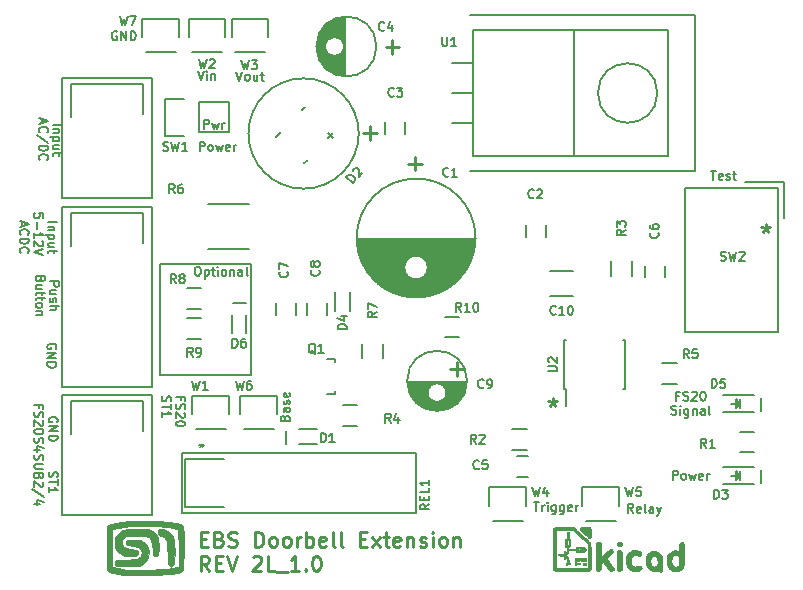
<source format=gbr>
G04 #@! TF.FileFunction,Legend,Top*
%FSLAX46Y46*%
G04 Gerber Fmt 4.6, Leading zero omitted, Abs format (unit mm)*
G04 Created by KiCad (PCBNEW 4.0.0-2.201512072331+6194~38~ubuntu14.04.1-stable) date Tue 07 Jun 2016 08:46:50 PM CEST*
%MOMM*%
G01*
G04 APERTURE LIST*
%ADD10C,0.100000*%
%ADD11C,0.127000*%
%ADD12C,0.254000*%
%ADD13C,0.190500*%
%ADD14C,0.150000*%
G04 APERTURE END LIST*
D10*
D11*
X145875829Y-79694314D02*
X145875829Y-78932314D01*
X146166114Y-78932314D01*
X146238686Y-78968600D01*
X146274971Y-79004886D01*
X146311257Y-79077457D01*
X146311257Y-79186314D01*
X146274971Y-79258886D01*
X146238686Y-79295171D01*
X146166114Y-79331457D01*
X145875829Y-79331457D01*
X146746686Y-79694314D02*
X146674114Y-79658029D01*
X146637829Y-79621743D01*
X146601543Y-79549171D01*
X146601543Y-79331457D01*
X146637829Y-79258886D01*
X146674114Y-79222600D01*
X146746686Y-79186314D01*
X146855543Y-79186314D01*
X146928114Y-79222600D01*
X146964400Y-79258886D01*
X147000686Y-79331457D01*
X147000686Y-79549171D01*
X146964400Y-79621743D01*
X146928114Y-79658029D01*
X146855543Y-79694314D01*
X146746686Y-79694314D01*
X147254686Y-79186314D02*
X147399829Y-79694314D01*
X147544972Y-79331457D01*
X147690115Y-79694314D01*
X147835258Y-79186314D01*
X148415829Y-79658029D02*
X148343258Y-79694314D01*
X148198115Y-79694314D01*
X148125544Y-79658029D01*
X148089258Y-79585457D01*
X148089258Y-79295171D01*
X148125544Y-79222600D01*
X148198115Y-79186314D01*
X148343258Y-79186314D01*
X148415829Y-79222600D01*
X148452115Y-79295171D01*
X148452115Y-79367743D01*
X148089258Y-79440314D01*
X148778687Y-79694314D02*
X148778687Y-79186314D01*
X148778687Y-79331457D02*
X148814972Y-79258886D01*
X148851258Y-79222600D01*
X148923829Y-79186314D01*
X148996401Y-79186314D01*
X138883571Y-69596000D02*
X138811000Y-69559714D01*
X138702143Y-69559714D01*
X138593286Y-69596000D01*
X138520714Y-69668571D01*
X138484429Y-69741143D01*
X138448143Y-69886286D01*
X138448143Y-69995143D01*
X138484429Y-70140286D01*
X138520714Y-70212857D01*
X138593286Y-70285429D01*
X138702143Y-70321714D01*
X138774714Y-70321714D01*
X138883571Y-70285429D01*
X138919857Y-70249143D01*
X138919857Y-69995143D01*
X138774714Y-69995143D01*
X139246429Y-70321714D02*
X139246429Y-69559714D01*
X139681857Y-70321714D01*
X139681857Y-69559714D01*
X140044715Y-70321714D02*
X140044715Y-69559714D01*
X140226143Y-69559714D01*
X140335000Y-69596000D01*
X140407572Y-69668571D01*
X140443857Y-69741143D01*
X140480143Y-69886286D01*
X140480143Y-69995143D01*
X140443857Y-70140286D01*
X140407572Y-70212857D01*
X140335000Y-70285429D01*
X140226143Y-70321714D01*
X140044715Y-70321714D01*
X145727057Y-72937914D02*
X145981057Y-73699914D01*
X146235057Y-72937914D01*
X146489058Y-73699914D02*
X146489058Y-73191914D01*
X146489058Y-72937914D02*
X146452772Y-72974200D01*
X146489058Y-73010486D01*
X146525343Y-72974200D01*
X146489058Y-72937914D01*
X146489058Y-73010486D01*
X146851915Y-73191914D02*
X146851915Y-73699914D01*
X146851915Y-73264486D02*
X146888200Y-73228200D01*
X146960772Y-73191914D01*
X147069629Y-73191914D01*
X147142200Y-73228200D01*
X147178486Y-73300771D01*
X147178486Y-73699914D01*
X144288329Y-100765429D02*
X144288329Y-100511429D01*
X143889186Y-100511429D02*
X144651186Y-100511429D01*
X144651186Y-100874286D01*
X143925471Y-101128286D02*
X143889186Y-101237143D01*
X143889186Y-101418572D01*
X143925471Y-101491143D01*
X143961757Y-101527429D01*
X144034329Y-101563714D01*
X144106900Y-101563714D01*
X144179471Y-101527429D01*
X144215757Y-101491143D01*
X144252043Y-101418572D01*
X144288329Y-101273429D01*
X144324614Y-101200857D01*
X144360900Y-101164572D01*
X144433471Y-101128286D01*
X144506043Y-101128286D01*
X144578614Y-101164572D01*
X144614900Y-101200857D01*
X144651186Y-101273429D01*
X144651186Y-101454857D01*
X144614900Y-101563714D01*
X144578614Y-101854000D02*
X144614900Y-101890286D01*
X144651186Y-101962857D01*
X144651186Y-102144286D01*
X144614900Y-102216857D01*
X144578614Y-102253143D01*
X144506043Y-102289428D01*
X144433471Y-102289428D01*
X144324614Y-102253143D01*
X143889186Y-101817714D01*
X143889186Y-102289428D01*
X144651186Y-102761142D02*
X144651186Y-102833714D01*
X144614900Y-102906285D01*
X144578614Y-102942571D01*
X144506043Y-102978857D01*
X144360900Y-103015142D01*
X144179471Y-103015142D01*
X144034329Y-102978857D01*
X143961757Y-102942571D01*
X143925471Y-102906285D01*
X143889186Y-102833714D01*
X143889186Y-102761142D01*
X143925471Y-102688571D01*
X143961757Y-102652285D01*
X144034329Y-102616000D01*
X144179471Y-102579714D01*
X144360900Y-102579714D01*
X144506043Y-102616000D01*
X144578614Y-102652285D01*
X144614900Y-102688571D01*
X144651186Y-102761142D01*
X142731671Y-100475143D02*
X142695386Y-100584000D01*
X142695386Y-100765429D01*
X142731671Y-100838000D01*
X142767957Y-100874286D01*
X142840529Y-100910571D01*
X142913100Y-100910571D01*
X142985671Y-100874286D01*
X143021957Y-100838000D01*
X143058243Y-100765429D01*
X143094529Y-100620286D01*
X143130814Y-100547714D01*
X143167100Y-100511429D01*
X143239671Y-100475143D01*
X143312243Y-100475143D01*
X143384814Y-100511429D01*
X143421100Y-100547714D01*
X143457386Y-100620286D01*
X143457386Y-100801714D01*
X143421100Y-100910571D01*
X143457386Y-101128285D02*
X143457386Y-101563714D01*
X142695386Y-101346000D02*
X143457386Y-101346000D01*
X142695386Y-102216856D02*
X142695386Y-101781428D01*
X142695386Y-101999142D02*
X143457386Y-101999142D01*
X143348529Y-101926571D01*
X143275957Y-101853999D01*
X143239671Y-101781428D01*
X153107571Y-102307571D02*
X153143857Y-102198714D01*
X153180143Y-102162429D01*
X153252714Y-102126143D01*
X153361571Y-102126143D01*
X153434143Y-102162429D01*
X153470429Y-102198714D01*
X153506714Y-102271286D01*
X153506714Y-102561571D01*
X152744714Y-102561571D01*
X152744714Y-102307571D01*
X152781000Y-102235000D01*
X152817286Y-102198714D01*
X152889857Y-102162429D01*
X152962429Y-102162429D01*
X153035000Y-102198714D01*
X153071286Y-102235000D01*
X153107571Y-102307571D01*
X153107571Y-102561571D01*
X153506714Y-101473000D02*
X153107571Y-101473000D01*
X153035000Y-101509286D01*
X152998714Y-101581857D01*
X152998714Y-101727000D01*
X153035000Y-101799571D01*
X153470429Y-101473000D02*
X153506714Y-101545571D01*
X153506714Y-101727000D01*
X153470429Y-101799571D01*
X153397857Y-101835857D01*
X153325286Y-101835857D01*
X153252714Y-101799571D01*
X153216429Y-101727000D01*
X153216429Y-101545571D01*
X153180143Y-101473000D01*
X153470429Y-101146428D02*
X153506714Y-101073857D01*
X153506714Y-100928714D01*
X153470429Y-100856142D01*
X153397857Y-100819857D01*
X153361571Y-100819857D01*
X153289000Y-100856142D01*
X153252714Y-100928714D01*
X153252714Y-101037571D01*
X153216429Y-101110142D01*
X153143857Y-101146428D01*
X153107571Y-101146428D01*
X153035000Y-101110142D01*
X152998714Y-101037571D01*
X152998714Y-100928714D01*
X153035000Y-100856142D01*
X153470429Y-100203000D02*
X153506714Y-100275571D01*
X153506714Y-100420714D01*
X153470429Y-100493285D01*
X153397857Y-100529571D01*
X153107571Y-100529571D01*
X153035000Y-100493285D01*
X152998714Y-100420714D01*
X152998714Y-100275571D01*
X153035000Y-100203000D01*
X153107571Y-100166714D01*
X153180143Y-100166714D01*
X153252714Y-100529571D01*
X182607857Y-110326714D02*
X182353857Y-109963857D01*
X182172429Y-110326714D02*
X182172429Y-109564714D01*
X182462714Y-109564714D01*
X182535286Y-109601000D01*
X182571571Y-109637286D01*
X182607857Y-109709857D01*
X182607857Y-109818714D01*
X182571571Y-109891286D01*
X182535286Y-109927571D01*
X182462714Y-109963857D01*
X182172429Y-109963857D01*
X183224714Y-110290429D02*
X183152143Y-110326714D01*
X183007000Y-110326714D01*
X182934429Y-110290429D01*
X182898143Y-110217857D01*
X182898143Y-109927571D01*
X182934429Y-109855000D01*
X183007000Y-109818714D01*
X183152143Y-109818714D01*
X183224714Y-109855000D01*
X183261000Y-109927571D01*
X183261000Y-110000143D01*
X182898143Y-110072714D01*
X183696429Y-110326714D02*
X183623857Y-110290429D01*
X183587572Y-110217857D01*
X183587572Y-109564714D01*
X184313286Y-110326714D02*
X184313286Y-109927571D01*
X184277000Y-109855000D01*
X184204429Y-109818714D01*
X184059286Y-109818714D01*
X183986715Y-109855000D01*
X184313286Y-110290429D02*
X184240715Y-110326714D01*
X184059286Y-110326714D01*
X183986715Y-110290429D01*
X183950429Y-110217857D01*
X183950429Y-110145286D01*
X183986715Y-110072714D01*
X184059286Y-110036429D01*
X184240715Y-110036429D01*
X184313286Y-110000143D01*
X184603572Y-109818714D02*
X184785001Y-110326714D01*
X184966429Y-109818714D02*
X184785001Y-110326714D01*
X184712429Y-110508143D01*
X184676144Y-110544429D01*
X184603572Y-110580714D01*
X174189571Y-109437714D02*
X174625000Y-109437714D01*
X174407286Y-110199714D02*
X174407286Y-109437714D01*
X174879000Y-110199714D02*
X174879000Y-109691714D01*
X174879000Y-109836857D02*
X174915285Y-109764286D01*
X174951571Y-109728000D01*
X175024142Y-109691714D01*
X175096714Y-109691714D01*
X175350714Y-110199714D02*
X175350714Y-109691714D01*
X175350714Y-109437714D02*
X175314428Y-109474000D01*
X175350714Y-109510286D01*
X175386999Y-109474000D01*
X175350714Y-109437714D01*
X175350714Y-109510286D01*
X176040142Y-109691714D02*
X176040142Y-110308571D01*
X176003856Y-110381143D01*
X175967571Y-110417429D01*
X175894999Y-110453714D01*
X175786142Y-110453714D01*
X175713571Y-110417429D01*
X176040142Y-110163429D02*
X175967571Y-110199714D01*
X175822428Y-110199714D01*
X175749856Y-110163429D01*
X175713571Y-110127143D01*
X175677285Y-110054571D01*
X175677285Y-109836857D01*
X175713571Y-109764286D01*
X175749856Y-109728000D01*
X175822428Y-109691714D01*
X175967571Y-109691714D01*
X176040142Y-109728000D01*
X176729571Y-109691714D02*
X176729571Y-110308571D01*
X176693285Y-110381143D01*
X176657000Y-110417429D01*
X176584428Y-110453714D01*
X176475571Y-110453714D01*
X176403000Y-110417429D01*
X176729571Y-110163429D02*
X176657000Y-110199714D01*
X176511857Y-110199714D01*
X176439285Y-110163429D01*
X176403000Y-110127143D01*
X176366714Y-110054571D01*
X176366714Y-109836857D01*
X176403000Y-109764286D01*
X176439285Y-109728000D01*
X176511857Y-109691714D01*
X176657000Y-109691714D01*
X176729571Y-109728000D01*
X177382714Y-110163429D02*
X177310143Y-110199714D01*
X177165000Y-110199714D01*
X177092429Y-110163429D01*
X177056143Y-110090857D01*
X177056143Y-109800571D01*
X177092429Y-109728000D01*
X177165000Y-109691714D01*
X177310143Y-109691714D01*
X177382714Y-109728000D01*
X177419000Y-109800571D01*
X177419000Y-109873143D01*
X177056143Y-109945714D01*
X177745572Y-110199714D02*
X177745572Y-109691714D01*
X177745572Y-109836857D02*
X177781857Y-109764286D01*
X177818143Y-109728000D01*
X177890714Y-109691714D01*
X177963286Y-109691714D01*
X149003656Y-72988714D02*
X149257656Y-73750714D01*
X149511656Y-72988714D01*
X149874514Y-73750714D02*
X149801942Y-73714429D01*
X149765657Y-73678143D01*
X149729371Y-73605571D01*
X149729371Y-73387857D01*
X149765657Y-73315286D01*
X149801942Y-73279000D01*
X149874514Y-73242714D01*
X149983371Y-73242714D01*
X150055942Y-73279000D01*
X150092228Y-73315286D01*
X150128514Y-73387857D01*
X150128514Y-73605571D01*
X150092228Y-73678143D01*
X150055942Y-73714429D01*
X149983371Y-73750714D01*
X149874514Y-73750714D01*
X150781657Y-73242714D02*
X150781657Y-73750714D01*
X150455086Y-73242714D02*
X150455086Y-73641857D01*
X150491371Y-73714429D01*
X150563943Y-73750714D01*
X150672800Y-73750714D01*
X150745371Y-73714429D01*
X150781657Y-73678143D01*
X151035657Y-73242714D02*
X151325943Y-73242714D01*
X151144515Y-72988714D02*
X151144515Y-73641857D01*
X151180800Y-73714429D01*
X151253372Y-73750714D01*
X151325943Y-73750714D01*
D12*
X193802000Y-85906429D02*
X193802000Y-86269286D01*
X193439143Y-86124143D02*
X193802000Y-86269286D01*
X194164858Y-86124143D01*
X193584286Y-86559571D02*
X193802000Y-86269286D01*
X194019715Y-86559571D01*
X175768000Y-100638429D02*
X175768000Y-101001286D01*
X175405143Y-100856143D02*
X175768000Y-101001286D01*
X176130858Y-100856143D01*
X175550286Y-101291571D02*
X175768000Y-101001286D01*
X175985715Y-101291571D01*
X161623829Y-70924057D02*
X162784972Y-70924057D01*
X162204401Y-71504629D02*
X162204401Y-70343486D01*
X159744229Y-78188457D02*
X160905372Y-78188457D01*
X160324801Y-78769029D02*
X160324801Y-77607886D01*
D11*
X133056086Y-85743143D02*
X133818086Y-85743143D01*
X133564086Y-86106000D02*
X133056086Y-86106000D01*
X133491514Y-86106000D02*
X133527800Y-86142285D01*
X133564086Y-86214857D01*
X133564086Y-86323714D01*
X133527800Y-86396285D01*
X133455229Y-86432571D01*
X133056086Y-86432571D01*
X133564086Y-86795429D02*
X132802086Y-86795429D01*
X133527800Y-86795429D02*
X133564086Y-86868000D01*
X133564086Y-87013143D01*
X133527800Y-87085714D01*
X133491514Y-87122000D01*
X133418943Y-87158286D01*
X133201229Y-87158286D01*
X133128657Y-87122000D01*
X133092371Y-87085714D01*
X133056086Y-87013143D01*
X133056086Y-86868000D01*
X133092371Y-86795429D01*
X133564086Y-87811429D02*
X133056086Y-87811429D01*
X133564086Y-87484858D02*
X133164943Y-87484858D01*
X133092371Y-87521143D01*
X133056086Y-87593715D01*
X133056086Y-87702572D01*
X133092371Y-87775143D01*
X133128657Y-87811429D01*
X133564086Y-88065429D02*
X133564086Y-88355715D01*
X133818086Y-88174287D02*
X133164943Y-88174287D01*
X133092371Y-88210572D01*
X133056086Y-88283144D01*
X133056086Y-88355715D01*
X132624286Y-85362144D02*
X132624286Y-84999287D01*
X132261429Y-84963001D01*
X132297714Y-84999287D01*
X132334000Y-85071858D01*
X132334000Y-85253287D01*
X132297714Y-85325858D01*
X132261429Y-85362144D01*
X132188857Y-85398429D01*
X132007429Y-85398429D01*
X131934857Y-85362144D01*
X131898571Y-85325858D01*
X131862286Y-85253287D01*
X131862286Y-85071858D01*
X131898571Y-84999287D01*
X131934857Y-84963001D01*
X132152571Y-85725001D02*
X132152571Y-86305572D01*
X131862286Y-87067572D02*
X131862286Y-86632144D01*
X131862286Y-86849858D02*
X132624286Y-86849858D01*
X132515429Y-86777287D01*
X132442857Y-86704715D01*
X132406571Y-86632144D01*
X132551714Y-87357858D02*
X132588000Y-87394144D01*
X132624286Y-87466715D01*
X132624286Y-87648144D01*
X132588000Y-87720715D01*
X132551714Y-87757001D01*
X132479143Y-87793286D01*
X132406571Y-87793286D01*
X132297714Y-87757001D01*
X131862286Y-87321572D01*
X131862286Y-87793286D01*
X132624286Y-88011000D02*
X131862286Y-88265000D01*
X132624286Y-88519000D01*
X130886200Y-85670572D02*
X130886200Y-86033429D01*
X130668486Y-85598000D02*
X131430486Y-85852000D01*
X130668486Y-86106000D01*
X130741057Y-86795429D02*
X130704771Y-86759143D01*
X130668486Y-86650286D01*
X130668486Y-86577715D01*
X130704771Y-86468858D01*
X130777343Y-86396286D01*
X130849914Y-86360001D01*
X130995057Y-86323715D01*
X131103914Y-86323715D01*
X131249057Y-86360001D01*
X131321629Y-86396286D01*
X131394200Y-86468858D01*
X131430486Y-86577715D01*
X131430486Y-86650286D01*
X131394200Y-86759143D01*
X131357914Y-86795429D01*
X130668486Y-87122001D02*
X131430486Y-87122001D01*
X131430486Y-87303429D01*
X131394200Y-87412286D01*
X131321629Y-87484858D01*
X131249057Y-87521143D01*
X131103914Y-87557429D01*
X130995057Y-87557429D01*
X130849914Y-87521143D01*
X130777343Y-87484858D01*
X130704771Y-87412286D01*
X130668486Y-87303429D01*
X130668486Y-87122001D01*
X130741057Y-88319429D02*
X130704771Y-88283143D01*
X130668486Y-88174286D01*
X130668486Y-88101715D01*
X130704771Y-87992858D01*
X130777343Y-87920286D01*
X130849914Y-87884001D01*
X130995057Y-87847715D01*
X131103914Y-87847715D01*
X131249057Y-87884001D01*
X131321629Y-87920286D01*
X131394200Y-87992858D01*
X131430486Y-88101715D01*
X131430486Y-88174286D01*
X131394200Y-88283143D01*
X131357914Y-88319429D01*
X133221186Y-90750572D02*
X133983186Y-90750572D01*
X133983186Y-91040857D01*
X133946900Y-91113429D01*
X133910614Y-91149714D01*
X133838043Y-91186000D01*
X133729186Y-91186000D01*
X133656614Y-91149714D01*
X133620329Y-91113429D01*
X133584043Y-91040857D01*
X133584043Y-90750572D01*
X133729186Y-91839143D02*
X133221186Y-91839143D01*
X133729186Y-91512572D02*
X133330043Y-91512572D01*
X133257471Y-91548857D01*
X133221186Y-91621429D01*
X133221186Y-91730286D01*
X133257471Y-91802857D01*
X133293757Y-91839143D01*
X133257471Y-92165715D02*
X133221186Y-92238286D01*
X133221186Y-92383429D01*
X133257471Y-92456001D01*
X133330043Y-92492286D01*
X133366329Y-92492286D01*
X133438900Y-92456001D01*
X133475186Y-92383429D01*
X133475186Y-92274572D01*
X133511471Y-92202001D01*
X133584043Y-92165715D01*
X133620329Y-92165715D01*
X133692900Y-92202001D01*
X133729186Y-92274572D01*
X133729186Y-92383429D01*
X133692900Y-92456001D01*
X133221186Y-92818858D02*
X133983186Y-92818858D01*
X133221186Y-93145429D02*
X133620329Y-93145429D01*
X133692900Y-93109143D01*
X133729186Y-93036572D01*
X133729186Y-92927715D01*
X133692900Y-92855143D01*
X133656614Y-92818858D01*
X132426529Y-90532857D02*
X132390243Y-90641714D01*
X132353957Y-90677999D01*
X132281386Y-90714285D01*
X132172529Y-90714285D01*
X132099957Y-90677999D01*
X132063671Y-90641714D01*
X132027386Y-90569142D01*
X132027386Y-90278857D01*
X132789386Y-90278857D01*
X132789386Y-90532857D01*
X132753100Y-90605428D01*
X132716814Y-90641714D01*
X132644243Y-90677999D01*
X132571671Y-90677999D01*
X132499100Y-90641714D01*
X132462814Y-90605428D01*
X132426529Y-90532857D01*
X132426529Y-90278857D01*
X132535386Y-91367428D02*
X132027386Y-91367428D01*
X132535386Y-91040857D02*
X132136243Y-91040857D01*
X132063671Y-91077142D01*
X132027386Y-91149714D01*
X132027386Y-91258571D01*
X132063671Y-91331142D01*
X132099957Y-91367428D01*
X132535386Y-91621428D02*
X132535386Y-91911714D01*
X132789386Y-91730286D02*
X132136243Y-91730286D01*
X132063671Y-91766571D01*
X132027386Y-91839143D01*
X132027386Y-91911714D01*
X132535386Y-92056857D02*
X132535386Y-92347143D01*
X132789386Y-92165715D02*
X132136243Y-92165715D01*
X132063671Y-92202000D01*
X132027386Y-92274572D01*
X132027386Y-92347143D01*
X132027386Y-92710001D02*
X132063671Y-92637429D01*
X132099957Y-92601144D01*
X132172529Y-92564858D01*
X132390243Y-92564858D01*
X132462814Y-92601144D01*
X132499100Y-92637429D01*
X132535386Y-92710001D01*
X132535386Y-92818858D01*
X132499100Y-92891429D01*
X132462814Y-92927715D01*
X132390243Y-92964001D01*
X132172529Y-92964001D01*
X132099957Y-92927715D01*
X132063671Y-92891429D01*
X132027386Y-92818858D01*
X132027386Y-92710001D01*
X132535386Y-93290573D02*
X132027386Y-93290573D01*
X132462814Y-93290573D02*
X132499100Y-93326858D01*
X132535386Y-93399430D01*
X132535386Y-93508287D01*
X132499100Y-93580858D01*
X132426529Y-93617144D01*
X132027386Y-93617144D01*
X133731000Y-96447428D02*
X133767286Y-96374857D01*
X133767286Y-96266000D01*
X133731000Y-96157143D01*
X133658429Y-96084571D01*
X133585857Y-96048286D01*
X133440714Y-96012000D01*
X133331857Y-96012000D01*
X133186714Y-96048286D01*
X133114143Y-96084571D01*
X133041571Y-96157143D01*
X133005286Y-96266000D01*
X133005286Y-96338571D01*
X133041571Y-96447428D01*
X133077857Y-96483714D01*
X133331857Y-96483714D01*
X133331857Y-96338571D01*
X133005286Y-96810286D02*
X133767286Y-96810286D01*
X133005286Y-97245714D01*
X133767286Y-97245714D01*
X133005286Y-97608572D02*
X133767286Y-97608572D01*
X133767286Y-97790000D01*
X133731000Y-97898857D01*
X133658429Y-97971429D01*
X133585857Y-98007714D01*
X133440714Y-98044000D01*
X133331857Y-98044000D01*
X133186714Y-98007714D01*
X133114143Y-97971429D01*
X133041571Y-97898857D01*
X133005286Y-97790000D01*
X133005286Y-97608572D01*
X145650856Y-89498714D02*
X145795999Y-89498714D01*
X145868571Y-89535000D01*
X145941142Y-89607571D01*
X145977428Y-89752714D01*
X145977428Y-90006714D01*
X145941142Y-90151857D01*
X145868571Y-90224429D01*
X145795999Y-90260714D01*
X145650856Y-90260714D01*
X145578285Y-90224429D01*
X145505714Y-90151857D01*
X145469428Y-90006714D01*
X145469428Y-89752714D01*
X145505714Y-89607571D01*
X145578285Y-89535000D01*
X145650856Y-89498714D01*
X146304000Y-89752714D02*
X146304000Y-90514714D01*
X146304000Y-89789000D02*
X146376571Y-89752714D01*
X146521714Y-89752714D01*
X146594285Y-89789000D01*
X146630571Y-89825286D01*
X146666857Y-89897857D01*
X146666857Y-90115571D01*
X146630571Y-90188143D01*
X146594285Y-90224429D01*
X146521714Y-90260714D01*
X146376571Y-90260714D01*
X146304000Y-90224429D01*
X146884571Y-89752714D02*
X147174857Y-89752714D01*
X146993429Y-89498714D02*
X146993429Y-90151857D01*
X147029714Y-90224429D01*
X147102286Y-90260714D01*
X147174857Y-90260714D01*
X147428858Y-90260714D02*
X147428858Y-89752714D01*
X147428858Y-89498714D02*
X147392572Y-89535000D01*
X147428858Y-89571286D01*
X147465143Y-89535000D01*
X147428858Y-89498714D01*
X147428858Y-89571286D01*
X147900572Y-90260714D02*
X147828000Y-90224429D01*
X147791715Y-90188143D01*
X147755429Y-90115571D01*
X147755429Y-89897857D01*
X147791715Y-89825286D01*
X147828000Y-89789000D01*
X147900572Y-89752714D01*
X148009429Y-89752714D01*
X148082000Y-89789000D01*
X148118286Y-89825286D01*
X148154572Y-89897857D01*
X148154572Y-90115571D01*
X148118286Y-90188143D01*
X148082000Y-90224429D01*
X148009429Y-90260714D01*
X147900572Y-90260714D01*
X148481144Y-89752714D02*
X148481144Y-90260714D01*
X148481144Y-89825286D02*
X148517429Y-89789000D01*
X148590001Y-89752714D01*
X148698858Y-89752714D01*
X148771429Y-89789000D01*
X148807715Y-89861571D01*
X148807715Y-90260714D01*
X149497144Y-90260714D02*
X149497144Y-89861571D01*
X149460858Y-89789000D01*
X149388287Y-89752714D01*
X149243144Y-89752714D01*
X149170573Y-89789000D01*
X149497144Y-90224429D02*
X149424573Y-90260714D01*
X149243144Y-90260714D01*
X149170573Y-90224429D01*
X149134287Y-90151857D01*
X149134287Y-90079286D01*
X149170573Y-90006714D01*
X149243144Y-89970429D01*
X149424573Y-89970429D01*
X149497144Y-89934143D01*
X149968859Y-90260714D02*
X149896287Y-90224429D01*
X149860002Y-90151857D01*
X149860002Y-89498714D01*
X150241000Y-89281000D02*
X142494000Y-89281000D01*
X150241000Y-98679000D02*
X150241000Y-89281000D01*
X142494000Y-98679000D02*
X150241000Y-98679000D01*
X142494000Y-89281000D02*
X142494000Y-98679000D01*
D12*
X145971381Y-112558286D02*
X146394714Y-112558286D01*
X146576143Y-113223524D02*
X145971381Y-113223524D01*
X145971381Y-111953524D01*
X146576143Y-111953524D01*
X147543762Y-112558286D02*
X147725191Y-112618762D01*
X147785667Y-112679238D01*
X147846143Y-112800190D01*
X147846143Y-112981619D01*
X147785667Y-113102571D01*
X147725191Y-113163048D01*
X147604238Y-113223524D01*
X147120429Y-113223524D01*
X147120429Y-111953524D01*
X147543762Y-111953524D01*
X147664715Y-112014000D01*
X147725191Y-112074476D01*
X147785667Y-112195429D01*
X147785667Y-112316381D01*
X147725191Y-112437333D01*
X147664715Y-112497810D01*
X147543762Y-112558286D01*
X147120429Y-112558286D01*
X148329953Y-113163048D02*
X148511381Y-113223524D01*
X148813762Y-113223524D01*
X148934715Y-113163048D01*
X148995191Y-113102571D01*
X149055667Y-112981619D01*
X149055667Y-112860667D01*
X148995191Y-112739714D01*
X148934715Y-112679238D01*
X148813762Y-112618762D01*
X148571858Y-112558286D01*
X148450905Y-112497810D01*
X148390429Y-112437333D01*
X148329953Y-112316381D01*
X148329953Y-112195429D01*
X148390429Y-112074476D01*
X148450905Y-112014000D01*
X148571858Y-111953524D01*
X148874238Y-111953524D01*
X149055667Y-112014000D01*
X150567572Y-113223524D02*
X150567572Y-111953524D01*
X150869953Y-111953524D01*
X151051381Y-112014000D01*
X151172334Y-112134952D01*
X151232810Y-112255905D01*
X151293286Y-112497810D01*
X151293286Y-112679238D01*
X151232810Y-112921143D01*
X151172334Y-113042095D01*
X151051381Y-113163048D01*
X150869953Y-113223524D01*
X150567572Y-113223524D01*
X152019001Y-113223524D02*
X151898048Y-113163048D01*
X151837572Y-113102571D01*
X151777096Y-112981619D01*
X151777096Y-112618762D01*
X151837572Y-112497810D01*
X151898048Y-112437333D01*
X152019001Y-112376857D01*
X152200429Y-112376857D01*
X152321381Y-112437333D01*
X152381858Y-112497810D01*
X152442334Y-112618762D01*
X152442334Y-112981619D01*
X152381858Y-113102571D01*
X152321381Y-113163048D01*
X152200429Y-113223524D01*
X152019001Y-113223524D01*
X153168049Y-113223524D02*
X153047096Y-113163048D01*
X152986620Y-113102571D01*
X152926144Y-112981619D01*
X152926144Y-112618762D01*
X152986620Y-112497810D01*
X153047096Y-112437333D01*
X153168049Y-112376857D01*
X153349477Y-112376857D01*
X153470429Y-112437333D01*
X153530906Y-112497810D01*
X153591382Y-112618762D01*
X153591382Y-112981619D01*
X153530906Y-113102571D01*
X153470429Y-113163048D01*
X153349477Y-113223524D01*
X153168049Y-113223524D01*
X154135668Y-113223524D02*
X154135668Y-112376857D01*
X154135668Y-112618762D02*
X154196144Y-112497810D01*
X154256620Y-112437333D01*
X154377573Y-112376857D01*
X154498525Y-112376857D01*
X154921858Y-113223524D02*
X154921858Y-111953524D01*
X154921858Y-112437333D02*
X155042810Y-112376857D01*
X155284715Y-112376857D01*
X155405667Y-112437333D01*
X155466144Y-112497810D01*
X155526620Y-112618762D01*
X155526620Y-112981619D01*
X155466144Y-113102571D01*
X155405667Y-113163048D01*
X155284715Y-113223524D01*
X155042810Y-113223524D01*
X154921858Y-113163048D01*
X156554715Y-113163048D02*
X156433763Y-113223524D01*
X156191858Y-113223524D01*
X156070906Y-113163048D01*
X156010430Y-113042095D01*
X156010430Y-112558286D01*
X156070906Y-112437333D01*
X156191858Y-112376857D01*
X156433763Y-112376857D01*
X156554715Y-112437333D01*
X156615192Y-112558286D01*
X156615192Y-112679238D01*
X156010430Y-112800190D01*
X157340906Y-113223524D02*
X157219953Y-113163048D01*
X157159477Y-113042095D01*
X157159477Y-111953524D01*
X158006144Y-113223524D02*
X157885191Y-113163048D01*
X157824715Y-113042095D01*
X157824715Y-111953524D01*
X159457572Y-112558286D02*
X159880905Y-112558286D01*
X160062334Y-113223524D02*
X159457572Y-113223524D01*
X159457572Y-111953524D01*
X160062334Y-111953524D01*
X160485668Y-113223524D02*
X161150906Y-112376857D01*
X160485668Y-112376857D02*
X161150906Y-113223524D01*
X161453286Y-112376857D02*
X161937096Y-112376857D01*
X161634715Y-111953524D02*
X161634715Y-113042095D01*
X161695191Y-113163048D01*
X161816144Y-113223524D01*
X161937096Y-113223524D01*
X162844238Y-113163048D02*
X162723286Y-113223524D01*
X162481381Y-113223524D01*
X162360429Y-113163048D01*
X162299953Y-113042095D01*
X162299953Y-112558286D01*
X162360429Y-112437333D01*
X162481381Y-112376857D01*
X162723286Y-112376857D01*
X162844238Y-112437333D01*
X162904715Y-112558286D01*
X162904715Y-112679238D01*
X162299953Y-112800190D01*
X163449000Y-112376857D02*
X163449000Y-113223524D01*
X163449000Y-112497810D02*
X163509476Y-112437333D01*
X163630429Y-112376857D01*
X163811857Y-112376857D01*
X163932809Y-112437333D01*
X163993286Y-112558286D01*
X163993286Y-113223524D01*
X164537572Y-113163048D02*
X164658524Y-113223524D01*
X164900429Y-113223524D01*
X165021381Y-113163048D01*
X165081857Y-113042095D01*
X165081857Y-112981619D01*
X165021381Y-112860667D01*
X164900429Y-112800190D01*
X164719000Y-112800190D01*
X164598048Y-112739714D01*
X164537572Y-112618762D01*
X164537572Y-112558286D01*
X164598048Y-112437333D01*
X164719000Y-112376857D01*
X164900429Y-112376857D01*
X165021381Y-112437333D01*
X165626143Y-113223524D02*
X165626143Y-112376857D01*
X165626143Y-111953524D02*
X165565667Y-112014000D01*
X165626143Y-112074476D01*
X165686619Y-112014000D01*
X165626143Y-111953524D01*
X165626143Y-112074476D01*
X166412334Y-113223524D02*
X166291381Y-113163048D01*
X166230905Y-113102571D01*
X166170429Y-112981619D01*
X166170429Y-112618762D01*
X166230905Y-112497810D01*
X166291381Y-112437333D01*
X166412334Y-112376857D01*
X166593762Y-112376857D01*
X166714714Y-112437333D01*
X166775191Y-112497810D01*
X166835667Y-112618762D01*
X166835667Y-112981619D01*
X166775191Y-113102571D01*
X166714714Y-113163048D01*
X166593762Y-113223524D01*
X166412334Y-113223524D01*
X167379953Y-112376857D02*
X167379953Y-113223524D01*
X167379953Y-112497810D02*
X167440429Y-112437333D01*
X167561382Y-112376857D01*
X167742810Y-112376857D01*
X167863762Y-112437333D01*
X167924239Y-112558286D01*
X167924239Y-113223524D01*
X146697095Y-115255524D02*
X146273762Y-114650762D01*
X145971381Y-115255524D02*
X145971381Y-113985524D01*
X146455190Y-113985524D01*
X146576143Y-114046000D01*
X146636619Y-114106476D01*
X146697095Y-114227429D01*
X146697095Y-114408857D01*
X146636619Y-114529810D01*
X146576143Y-114590286D01*
X146455190Y-114650762D01*
X145971381Y-114650762D01*
X147241381Y-114590286D02*
X147664714Y-114590286D01*
X147846143Y-115255524D02*
X147241381Y-115255524D01*
X147241381Y-113985524D01*
X147846143Y-113985524D01*
X148209000Y-113985524D02*
X148632334Y-115255524D01*
X149055667Y-113985524D01*
X150386143Y-114106476D02*
X150446619Y-114046000D01*
X150567571Y-113985524D01*
X150869952Y-113985524D01*
X150990905Y-114046000D01*
X151051381Y-114106476D01*
X151111857Y-114227429D01*
X151111857Y-114348381D01*
X151051381Y-114529810D01*
X150325667Y-115255524D01*
X151111857Y-115255524D01*
X152260905Y-115255524D02*
X151656143Y-115255524D01*
X151656143Y-113985524D01*
X152381857Y-115376476D02*
X153349476Y-115376476D01*
X154317095Y-115255524D02*
X153591381Y-115255524D01*
X153954238Y-115255524D02*
X153954238Y-113985524D01*
X153833286Y-114166952D01*
X153712333Y-114287905D01*
X153591381Y-114348381D01*
X154861381Y-115134571D02*
X154921857Y-115195048D01*
X154861381Y-115255524D01*
X154800905Y-115195048D01*
X154861381Y-115134571D01*
X154861381Y-115255524D01*
X155708048Y-113985524D02*
X155829000Y-113985524D01*
X155949952Y-114046000D01*
X156010429Y-114106476D01*
X156070905Y-114227429D01*
X156131381Y-114469333D01*
X156131381Y-114771714D01*
X156070905Y-115013619D01*
X156010429Y-115134571D01*
X155949952Y-115195048D01*
X155829000Y-115255524D01*
X155708048Y-115255524D01*
X155587095Y-115195048D01*
X155526619Y-115134571D01*
X155466143Y-115013619D01*
X155405667Y-114771714D01*
X155405667Y-114469333D01*
X155466143Y-114227429D01*
X155526619Y-114106476D01*
X155587095Y-114046000D01*
X155708048Y-113985524D01*
D11*
X189175571Y-81370714D02*
X189611000Y-81370714D01*
X189393286Y-82132714D02*
X189393286Y-81370714D01*
X190155285Y-82096429D02*
X190082714Y-82132714D01*
X189937571Y-82132714D01*
X189865000Y-82096429D01*
X189828714Y-82023857D01*
X189828714Y-81733571D01*
X189865000Y-81661000D01*
X189937571Y-81624714D01*
X190082714Y-81624714D01*
X190155285Y-81661000D01*
X190191571Y-81733571D01*
X190191571Y-81806143D01*
X189828714Y-81878714D01*
X190481857Y-82096429D02*
X190554428Y-82132714D01*
X190699571Y-82132714D01*
X190772143Y-82096429D01*
X190808428Y-82023857D01*
X190808428Y-81987571D01*
X190772143Y-81915000D01*
X190699571Y-81878714D01*
X190590714Y-81878714D01*
X190518143Y-81842429D01*
X190481857Y-81769857D01*
X190481857Y-81733571D01*
X190518143Y-81661000D01*
X190590714Y-81624714D01*
X190699571Y-81624714D01*
X190772143Y-81661000D01*
X191026142Y-81624714D02*
X191316428Y-81624714D01*
X191135000Y-81370714D02*
X191135000Y-82023857D01*
X191171285Y-82096429D01*
X191243857Y-82132714D01*
X191316428Y-82132714D01*
X186472287Y-100440671D02*
X186218287Y-100440671D01*
X186218287Y-100839814D02*
X186218287Y-100077814D01*
X186581144Y-100077814D01*
X186835144Y-100803529D02*
X186944001Y-100839814D01*
X187125430Y-100839814D01*
X187198001Y-100803529D01*
X187234287Y-100767243D01*
X187270572Y-100694671D01*
X187270572Y-100622100D01*
X187234287Y-100549529D01*
X187198001Y-100513243D01*
X187125430Y-100476957D01*
X186980287Y-100440671D01*
X186907715Y-100404386D01*
X186871430Y-100368100D01*
X186835144Y-100295529D01*
X186835144Y-100222957D01*
X186871430Y-100150386D01*
X186907715Y-100114100D01*
X186980287Y-100077814D01*
X187161715Y-100077814D01*
X187270572Y-100114100D01*
X187560858Y-100150386D02*
X187597144Y-100114100D01*
X187669715Y-100077814D01*
X187851144Y-100077814D01*
X187923715Y-100114100D01*
X187960001Y-100150386D01*
X187996286Y-100222957D01*
X187996286Y-100295529D01*
X187960001Y-100404386D01*
X187524572Y-100839814D01*
X187996286Y-100839814D01*
X188468000Y-100077814D02*
X188540572Y-100077814D01*
X188613143Y-100114100D01*
X188649429Y-100150386D01*
X188685715Y-100222957D01*
X188722000Y-100368100D01*
X188722000Y-100549529D01*
X188685715Y-100694671D01*
X188649429Y-100767243D01*
X188613143Y-100803529D01*
X188540572Y-100839814D01*
X188468000Y-100839814D01*
X188395429Y-100803529D01*
X188359143Y-100767243D01*
X188322858Y-100694671D01*
X188286572Y-100549529D01*
X188286572Y-100368100D01*
X188322858Y-100222957D01*
X188359143Y-100150386D01*
X188395429Y-100114100D01*
X188468000Y-100077814D01*
X185819143Y-101997329D02*
X185928000Y-102033614D01*
X186109429Y-102033614D01*
X186182000Y-101997329D01*
X186218286Y-101961043D01*
X186254571Y-101888471D01*
X186254571Y-101815900D01*
X186218286Y-101743329D01*
X186182000Y-101707043D01*
X186109429Y-101670757D01*
X185964286Y-101634471D01*
X185891714Y-101598186D01*
X185855429Y-101561900D01*
X185819143Y-101489329D01*
X185819143Y-101416757D01*
X185855429Y-101344186D01*
X185891714Y-101307900D01*
X185964286Y-101271614D01*
X186145714Y-101271614D01*
X186254571Y-101307900D01*
X186581143Y-102033614D02*
X186581143Y-101525614D01*
X186581143Y-101271614D02*
X186544857Y-101307900D01*
X186581143Y-101344186D01*
X186617428Y-101307900D01*
X186581143Y-101271614D01*
X186581143Y-101344186D01*
X187270571Y-101525614D02*
X187270571Y-102142471D01*
X187234285Y-102215043D01*
X187198000Y-102251329D01*
X187125428Y-102287614D01*
X187016571Y-102287614D01*
X186944000Y-102251329D01*
X187270571Y-101997329D02*
X187198000Y-102033614D01*
X187052857Y-102033614D01*
X186980285Y-101997329D01*
X186944000Y-101961043D01*
X186907714Y-101888471D01*
X186907714Y-101670757D01*
X186944000Y-101598186D01*
X186980285Y-101561900D01*
X187052857Y-101525614D01*
X187198000Y-101525614D01*
X187270571Y-101561900D01*
X187633429Y-101525614D02*
X187633429Y-102033614D01*
X187633429Y-101598186D02*
X187669714Y-101561900D01*
X187742286Y-101525614D01*
X187851143Y-101525614D01*
X187923714Y-101561900D01*
X187960000Y-101634471D01*
X187960000Y-102033614D01*
X188649429Y-102033614D02*
X188649429Y-101634471D01*
X188613143Y-101561900D01*
X188540572Y-101525614D01*
X188395429Y-101525614D01*
X188322858Y-101561900D01*
X188649429Y-101997329D02*
X188576858Y-102033614D01*
X188395429Y-102033614D01*
X188322858Y-101997329D01*
X188286572Y-101924757D01*
X188286572Y-101852186D01*
X188322858Y-101779614D01*
X188395429Y-101743329D01*
X188576858Y-101743329D01*
X188649429Y-101707043D01*
X189121144Y-102033614D02*
X189048572Y-101997329D01*
X189012287Y-101924757D01*
X189012287Y-101271614D01*
D12*
X167059429Y-98152857D02*
X168220572Y-98152857D01*
X167640001Y-98733429D02*
X167640001Y-97572286D01*
X163554229Y-80779257D02*
X164715372Y-80779257D01*
X164134801Y-81359829D02*
X164134801Y-80198686D01*
D13*
X149823714Y-92583000D02*
X148735143Y-92583000D01*
X153162000Y-104484714D02*
X153162000Y-103396143D01*
X193421000Y-107786714D02*
X193421000Y-106698143D01*
X193421000Y-101690714D02*
X193421000Y-100602143D01*
D11*
X185946143Y-107532714D02*
X185946143Y-106770714D01*
X186236428Y-106770714D01*
X186309000Y-106807000D01*
X186345285Y-106843286D01*
X186381571Y-106915857D01*
X186381571Y-107024714D01*
X186345285Y-107097286D01*
X186309000Y-107133571D01*
X186236428Y-107169857D01*
X185946143Y-107169857D01*
X186817000Y-107532714D02*
X186744428Y-107496429D01*
X186708143Y-107460143D01*
X186671857Y-107387571D01*
X186671857Y-107169857D01*
X186708143Y-107097286D01*
X186744428Y-107061000D01*
X186817000Y-107024714D01*
X186925857Y-107024714D01*
X186998428Y-107061000D01*
X187034714Y-107097286D01*
X187071000Y-107169857D01*
X187071000Y-107387571D01*
X187034714Y-107460143D01*
X186998428Y-107496429D01*
X186925857Y-107532714D01*
X186817000Y-107532714D01*
X187325000Y-107024714D02*
X187470143Y-107532714D01*
X187615286Y-107169857D01*
X187760429Y-107532714D01*
X187905572Y-107024714D01*
X188486143Y-107496429D02*
X188413572Y-107532714D01*
X188268429Y-107532714D01*
X188195858Y-107496429D01*
X188159572Y-107423857D01*
X188159572Y-107133571D01*
X188195858Y-107061000D01*
X188268429Y-107024714D01*
X188413572Y-107024714D01*
X188486143Y-107061000D01*
X188522429Y-107133571D01*
X188522429Y-107206143D01*
X188159572Y-107278714D01*
X188849001Y-107532714D02*
X188849001Y-107024714D01*
X188849001Y-107169857D02*
X188885286Y-107097286D01*
X188921572Y-107061000D01*
X188994143Y-107024714D01*
X189066715Y-107024714D01*
X146231429Y-77814714D02*
X146231429Y-77052714D01*
X146521714Y-77052714D01*
X146594286Y-77089000D01*
X146630571Y-77125286D01*
X146666857Y-77197857D01*
X146666857Y-77306714D01*
X146630571Y-77379286D01*
X146594286Y-77415571D01*
X146521714Y-77451857D01*
X146231429Y-77451857D01*
X146920857Y-77306714D02*
X147066000Y-77814714D01*
X147211143Y-77451857D01*
X147356286Y-77814714D01*
X147501429Y-77306714D01*
X147791715Y-77814714D02*
X147791715Y-77306714D01*
X147791715Y-77451857D02*
X147828000Y-77379286D01*
X147864286Y-77343000D01*
X147936857Y-77306714D01*
X148009429Y-77306714D01*
X133475186Y-77488143D02*
X134237186Y-77488143D01*
X133983186Y-77851000D02*
X133475186Y-77851000D01*
X133910614Y-77851000D02*
X133946900Y-77887285D01*
X133983186Y-77959857D01*
X133983186Y-78068714D01*
X133946900Y-78141285D01*
X133874329Y-78177571D01*
X133475186Y-78177571D01*
X133983186Y-78540429D02*
X133221186Y-78540429D01*
X133946900Y-78540429D02*
X133983186Y-78613000D01*
X133983186Y-78758143D01*
X133946900Y-78830714D01*
X133910614Y-78867000D01*
X133838043Y-78903286D01*
X133620329Y-78903286D01*
X133547757Y-78867000D01*
X133511471Y-78830714D01*
X133475186Y-78758143D01*
X133475186Y-78613000D01*
X133511471Y-78540429D01*
X133983186Y-79556429D02*
X133475186Y-79556429D01*
X133983186Y-79229858D02*
X133584043Y-79229858D01*
X133511471Y-79266143D01*
X133475186Y-79338715D01*
X133475186Y-79447572D01*
X133511471Y-79520143D01*
X133547757Y-79556429D01*
X133983186Y-79810429D02*
X133983186Y-80100715D01*
X134237186Y-79919287D02*
X133584043Y-79919287D01*
X133511471Y-79955572D01*
X133475186Y-80028144D01*
X133475186Y-80100715D01*
X132499100Y-77016429D02*
X132499100Y-77379286D01*
X132281386Y-76943857D02*
X133043386Y-77197857D01*
X132281386Y-77451857D01*
X132353957Y-78141286D02*
X132317671Y-78105000D01*
X132281386Y-77996143D01*
X132281386Y-77923572D01*
X132317671Y-77814715D01*
X132390243Y-77742143D01*
X132462814Y-77705858D01*
X132607957Y-77669572D01*
X132716814Y-77669572D01*
X132861957Y-77705858D01*
X132934529Y-77742143D01*
X133007100Y-77814715D01*
X133043386Y-77923572D01*
X133043386Y-77996143D01*
X133007100Y-78105000D01*
X132970814Y-78141286D01*
X133079671Y-79012143D02*
X132099957Y-78359000D01*
X132281386Y-79266144D02*
X133043386Y-79266144D01*
X133043386Y-79447572D01*
X133007100Y-79556429D01*
X132934529Y-79629001D01*
X132861957Y-79665286D01*
X132716814Y-79701572D01*
X132607957Y-79701572D01*
X132462814Y-79665286D01*
X132390243Y-79629001D01*
X132317671Y-79556429D01*
X132281386Y-79447572D01*
X132281386Y-79266144D01*
X132353957Y-80463572D02*
X132317671Y-80427286D01*
X132281386Y-80318429D01*
X132281386Y-80245858D01*
X132317671Y-80137001D01*
X132390243Y-80064429D01*
X132462814Y-80028144D01*
X132607957Y-79991858D01*
X132716814Y-79991858D01*
X132861957Y-80028144D01*
X132934529Y-80064429D01*
X133007100Y-80137001D01*
X133043386Y-80245858D01*
X133043386Y-80318429D01*
X133007100Y-80427286D01*
X132970814Y-80463572D01*
X133819900Y-102652287D02*
X133856186Y-102579716D01*
X133856186Y-102470859D01*
X133819900Y-102362002D01*
X133747329Y-102289430D01*
X133674757Y-102253145D01*
X133529614Y-102216859D01*
X133420757Y-102216859D01*
X133275614Y-102253145D01*
X133203043Y-102289430D01*
X133130471Y-102362002D01*
X133094186Y-102470859D01*
X133094186Y-102543430D01*
X133130471Y-102652287D01*
X133166757Y-102688573D01*
X133420757Y-102688573D01*
X133420757Y-102543430D01*
X133094186Y-103015145D02*
X133856186Y-103015145D01*
X133094186Y-103450573D01*
X133856186Y-103450573D01*
X133094186Y-103813431D02*
X133856186Y-103813431D01*
X133856186Y-103994859D01*
X133819900Y-104103716D01*
X133747329Y-104176288D01*
X133674757Y-104212573D01*
X133529614Y-104248859D01*
X133420757Y-104248859D01*
X133275614Y-104212573D01*
X133203043Y-104176288D01*
X133130471Y-104103716D01*
X133094186Y-103994859D01*
X133094186Y-103813431D01*
X133130471Y-106861429D02*
X133094186Y-106970286D01*
X133094186Y-107151715D01*
X133130471Y-107224286D01*
X133166757Y-107260572D01*
X133239329Y-107296857D01*
X133311900Y-107296857D01*
X133384471Y-107260572D01*
X133420757Y-107224286D01*
X133457043Y-107151715D01*
X133493329Y-107006572D01*
X133529614Y-106934000D01*
X133565900Y-106897715D01*
X133638471Y-106861429D01*
X133711043Y-106861429D01*
X133783614Y-106897715D01*
X133819900Y-106934000D01*
X133856186Y-107006572D01*
X133856186Y-107188000D01*
X133819900Y-107296857D01*
X133856186Y-107514571D02*
X133856186Y-107950000D01*
X133094186Y-107732286D02*
X133856186Y-107732286D01*
X133094186Y-108603142D02*
X133094186Y-108167714D01*
X133094186Y-108385428D02*
X133856186Y-108385428D01*
X133747329Y-108312857D01*
X133674757Y-108240285D01*
X133638471Y-108167714D01*
X132299529Y-101436716D02*
X132299529Y-101182716D01*
X131900386Y-101182716D02*
X132662386Y-101182716D01*
X132662386Y-101545573D01*
X131936671Y-101799573D02*
X131900386Y-101908430D01*
X131900386Y-102089859D01*
X131936671Y-102162430D01*
X131972957Y-102198716D01*
X132045529Y-102235001D01*
X132118100Y-102235001D01*
X132190671Y-102198716D01*
X132226957Y-102162430D01*
X132263243Y-102089859D01*
X132299529Y-101944716D01*
X132335814Y-101872144D01*
X132372100Y-101835859D01*
X132444671Y-101799573D01*
X132517243Y-101799573D01*
X132589814Y-101835859D01*
X132626100Y-101872144D01*
X132662386Y-101944716D01*
X132662386Y-102126144D01*
X132626100Y-102235001D01*
X132589814Y-102525287D02*
X132626100Y-102561573D01*
X132662386Y-102634144D01*
X132662386Y-102815573D01*
X132626100Y-102888144D01*
X132589814Y-102924430D01*
X132517243Y-102960715D01*
X132444671Y-102960715D01*
X132335814Y-102924430D01*
X131900386Y-102489001D01*
X131900386Y-102960715D01*
X132662386Y-103432429D02*
X132662386Y-103505001D01*
X132626100Y-103577572D01*
X132589814Y-103613858D01*
X132517243Y-103650144D01*
X132372100Y-103686429D01*
X132190671Y-103686429D01*
X132045529Y-103650144D01*
X131972957Y-103613858D01*
X131936671Y-103577572D01*
X131900386Y-103505001D01*
X131900386Y-103432429D01*
X131936671Y-103359858D01*
X131972957Y-103323572D01*
X132045529Y-103287287D01*
X132190671Y-103251001D01*
X132372100Y-103251001D01*
X132517243Y-103287287D01*
X132589814Y-103323572D01*
X132626100Y-103359858D01*
X132662386Y-103432429D01*
X131936671Y-103976715D02*
X131900386Y-104085572D01*
X131900386Y-104267001D01*
X131936671Y-104339572D01*
X131972957Y-104375858D01*
X132045529Y-104412143D01*
X132118100Y-104412143D01*
X132190671Y-104375858D01*
X132226957Y-104339572D01*
X132263243Y-104267001D01*
X132299529Y-104121858D01*
X132335814Y-104049286D01*
X132372100Y-104013001D01*
X132444671Y-103976715D01*
X132517243Y-103976715D01*
X132589814Y-104013001D01*
X132626100Y-104049286D01*
X132662386Y-104121858D01*
X132662386Y-104303286D01*
X132626100Y-104412143D01*
X132408386Y-105065286D02*
X131900386Y-105065286D01*
X132698671Y-104883857D02*
X132154386Y-104702429D01*
X132154386Y-105174143D01*
X131936671Y-105428143D02*
X131900386Y-105537000D01*
X131900386Y-105718429D01*
X131936671Y-105791000D01*
X131972957Y-105827286D01*
X132045529Y-105863571D01*
X132118100Y-105863571D01*
X132190671Y-105827286D01*
X132226957Y-105791000D01*
X132263243Y-105718429D01*
X132299529Y-105573286D01*
X132335814Y-105500714D01*
X132372100Y-105464429D01*
X132444671Y-105428143D01*
X132517243Y-105428143D01*
X132589814Y-105464429D01*
X132626100Y-105500714D01*
X132662386Y-105573286D01*
X132662386Y-105754714D01*
X132626100Y-105863571D01*
X132662386Y-106190143D02*
X132045529Y-106190143D01*
X131972957Y-106226428D01*
X131936671Y-106262714D01*
X131900386Y-106335285D01*
X131900386Y-106480428D01*
X131936671Y-106553000D01*
X131972957Y-106589285D01*
X132045529Y-106625571D01*
X132662386Y-106625571D01*
X132299529Y-107242429D02*
X132263243Y-107351286D01*
X132226957Y-107387571D01*
X132154386Y-107423857D01*
X132045529Y-107423857D01*
X131972957Y-107387571D01*
X131936671Y-107351286D01*
X131900386Y-107278714D01*
X131900386Y-106988429D01*
X132662386Y-106988429D01*
X132662386Y-107242429D01*
X132626100Y-107315000D01*
X132589814Y-107351286D01*
X132517243Y-107387571D01*
X132444671Y-107387571D01*
X132372100Y-107351286D01*
X132335814Y-107315000D01*
X132299529Y-107242429D01*
X132299529Y-106988429D01*
X132589814Y-107714143D02*
X132626100Y-107750429D01*
X132662386Y-107823000D01*
X132662386Y-108004429D01*
X132626100Y-108077000D01*
X132589814Y-108113286D01*
X132517243Y-108149571D01*
X132444671Y-108149571D01*
X132335814Y-108113286D01*
X131900386Y-107677857D01*
X131900386Y-108149571D01*
X132698671Y-109020428D02*
X131718957Y-108367285D01*
X132408386Y-109601000D02*
X131900386Y-109601000D01*
X132698671Y-109419571D02*
X132154386Y-109238143D01*
X132154386Y-109709857D01*
D14*
X141097000Y-76581000D02*
X141097000Y-74041000D01*
X141097000Y-74041000D02*
X135001000Y-74041000D01*
X135001000Y-74041000D02*
X135001000Y-76835000D01*
X134239000Y-73533000D02*
X134239000Y-83693000D01*
X134239000Y-83693000D02*
X141859000Y-83693000D01*
X141859000Y-83693000D02*
X141859000Y-73533000D01*
X141859000Y-73533000D02*
X134239000Y-73533000D01*
X169210000Y-87157000D02*
X159212000Y-87157000D01*
X169206000Y-87297000D02*
X159216000Y-87297000D01*
X169198000Y-87437000D02*
X159224000Y-87437000D01*
X169186000Y-87577000D02*
X159236000Y-87577000D01*
X169171000Y-87717000D02*
X159251000Y-87717000D01*
X169151000Y-87857000D02*
X159271000Y-87857000D01*
X169127000Y-87997000D02*
X159295000Y-87997000D01*
X169098000Y-88137000D02*
X159324000Y-88137000D01*
X169066000Y-88277000D02*
X159356000Y-88277000D01*
X169029000Y-88417000D02*
X159393000Y-88417000D01*
X168988000Y-88557000D02*
X159434000Y-88557000D01*
X168943000Y-88697000D02*
X164677000Y-88697000D01*
X163745000Y-88697000D02*
X159479000Y-88697000D01*
X168893000Y-88837000D02*
X164878000Y-88837000D01*
X163544000Y-88837000D02*
X159529000Y-88837000D01*
X168838000Y-88977000D02*
X165007000Y-88977000D01*
X163415000Y-88977000D02*
X159584000Y-88977000D01*
X168778000Y-89117000D02*
X165096000Y-89117000D01*
X163326000Y-89117000D02*
X159644000Y-89117000D01*
X168713000Y-89257000D02*
X165157000Y-89257000D01*
X163265000Y-89257000D02*
X159709000Y-89257000D01*
X168643000Y-89397000D02*
X165194000Y-89397000D01*
X163228000Y-89397000D02*
X159779000Y-89397000D01*
X168567000Y-89537000D02*
X165210000Y-89537000D01*
X163212000Y-89537000D02*
X159855000Y-89537000D01*
X168485000Y-89677000D02*
X165206000Y-89677000D01*
X163216000Y-89677000D02*
X159937000Y-89677000D01*
X168397000Y-89817000D02*
X165183000Y-89817000D01*
X163239000Y-89817000D02*
X160025000Y-89817000D01*
X168302000Y-89957000D02*
X165138000Y-89957000D01*
X163284000Y-89957000D02*
X160120000Y-89957000D01*
X168200000Y-90097000D02*
X165068000Y-90097000D01*
X163354000Y-90097000D02*
X160222000Y-90097000D01*
X168090000Y-90237000D02*
X164967000Y-90237000D01*
X163455000Y-90237000D02*
X160332000Y-90237000D01*
X167972000Y-90377000D02*
X164818000Y-90377000D01*
X163604000Y-90377000D02*
X160450000Y-90377000D01*
X167844000Y-90517000D02*
X164566000Y-90517000D01*
X163856000Y-90517000D02*
X160578000Y-90517000D01*
X167707000Y-90657000D02*
X160715000Y-90657000D01*
X167557000Y-90797000D02*
X160865000Y-90797000D01*
X167395000Y-90937000D02*
X161027000Y-90937000D01*
X167218000Y-91077000D02*
X161204000Y-91077000D01*
X167022000Y-91217000D02*
X161400000Y-91217000D01*
X166804000Y-91357000D02*
X161618000Y-91357000D01*
X166558000Y-91497000D02*
X161864000Y-91497000D01*
X166273000Y-91637000D02*
X162149000Y-91637000D01*
X165931000Y-91777000D02*
X162491000Y-91777000D01*
X165485000Y-91917000D02*
X162937000Y-91917000D01*
X164710000Y-92057000D02*
X163712000Y-92057000D01*
X165211000Y-89582000D02*
G75*
G03X165211000Y-89582000I-1000000J0D01*
G01*
X169248500Y-87082000D02*
G75*
G03X169248500Y-87082000I-5037500J0D01*
G01*
X175221000Y-86987000D02*
X175221000Y-85987000D01*
X173521000Y-85987000D02*
X173521000Y-86987000D01*
X161557600Y-77274800D02*
X161557600Y-78274800D01*
X163257600Y-78274800D02*
X163257600Y-77274800D01*
X158233800Y-73365000D02*
X158233800Y-68367000D01*
X158093800Y-73357000D02*
X158093800Y-71020000D01*
X158093800Y-70712000D02*
X158093800Y-68375000D01*
X157953800Y-73341000D02*
X157953800Y-71339000D01*
X157953800Y-70393000D02*
X157953800Y-68391000D01*
X157813800Y-73317000D02*
X157813800Y-71486000D01*
X157813800Y-70246000D02*
X157813800Y-68415000D01*
X157673800Y-73284000D02*
X157673800Y-71578000D01*
X157673800Y-70154000D02*
X157673800Y-68448000D01*
X157533800Y-73243000D02*
X157533800Y-71634000D01*
X157533800Y-70098000D02*
X157533800Y-68489000D01*
X157393800Y-73193000D02*
X157393800Y-71661000D01*
X157393800Y-70071000D02*
X157393800Y-68539000D01*
X157253800Y-73132000D02*
X157253800Y-71664000D01*
X157253800Y-70068000D02*
X157253800Y-68600000D01*
X157113800Y-73062000D02*
X157113800Y-71642000D01*
X157113800Y-70090000D02*
X157113800Y-68670000D01*
X156973800Y-72980000D02*
X156973800Y-71592000D01*
X156973800Y-70140000D02*
X156973800Y-68752000D01*
X156833800Y-72885000D02*
X156833800Y-71510000D01*
X156833800Y-70222000D02*
X156833800Y-68847000D01*
X156693800Y-72774000D02*
X156693800Y-71378000D01*
X156693800Y-70354000D02*
X156693800Y-68958000D01*
X156553800Y-72646000D02*
X156553800Y-71131000D01*
X156553800Y-70601000D02*
X156553800Y-69086000D01*
X156413800Y-72497000D02*
X156413800Y-69235000D01*
X156273800Y-72318000D02*
X156273800Y-69414000D01*
X156133800Y-72099000D02*
X156133800Y-69633000D01*
X155993800Y-71810000D02*
X155993800Y-69922000D01*
X155853800Y-71338000D02*
X155853800Y-70394000D01*
X158108800Y-70866000D02*
G75*
G03X158108800Y-70866000I-800000J0D01*
G01*
X160846300Y-70866000D02*
G75*
G03X160846300Y-70866000I-2537500J0D01*
G01*
X172728000Y-107276000D02*
X173728000Y-107276000D01*
X173728000Y-105576000D02*
X172728000Y-105576000D01*
X185254000Y-90416000D02*
X185254000Y-89416000D01*
X183554000Y-89416000D02*
X183554000Y-90416000D01*
X154012000Y-93591000D02*
X154012000Y-92591000D01*
X152312000Y-92591000D02*
X152312000Y-93591000D01*
X156679000Y-93591000D02*
X156679000Y-92591000D01*
X154979000Y-92591000D02*
X154979000Y-93591000D01*
X168488000Y-99246000D02*
X163490000Y-99246000D01*
X168480000Y-99386000D02*
X166143000Y-99386000D01*
X165835000Y-99386000D02*
X163498000Y-99386000D01*
X168464000Y-99526000D02*
X166462000Y-99526000D01*
X165516000Y-99526000D02*
X163514000Y-99526000D01*
X168440000Y-99666000D02*
X166609000Y-99666000D01*
X165369000Y-99666000D02*
X163538000Y-99666000D01*
X168407000Y-99806000D02*
X166701000Y-99806000D01*
X165277000Y-99806000D02*
X163571000Y-99806000D01*
X168366000Y-99946000D02*
X166757000Y-99946000D01*
X165221000Y-99946000D02*
X163612000Y-99946000D01*
X168316000Y-100086000D02*
X166784000Y-100086000D01*
X165194000Y-100086000D02*
X163662000Y-100086000D01*
X168255000Y-100226000D02*
X166787000Y-100226000D01*
X165191000Y-100226000D02*
X163723000Y-100226000D01*
X168185000Y-100366000D02*
X166765000Y-100366000D01*
X165213000Y-100366000D02*
X163793000Y-100366000D01*
X168103000Y-100506000D02*
X166715000Y-100506000D01*
X165263000Y-100506000D02*
X163875000Y-100506000D01*
X168008000Y-100646000D02*
X166633000Y-100646000D01*
X165345000Y-100646000D02*
X163970000Y-100646000D01*
X167897000Y-100786000D02*
X166501000Y-100786000D01*
X165477000Y-100786000D02*
X164081000Y-100786000D01*
X167769000Y-100926000D02*
X166254000Y-100926000D01*
X165724000Y-100926000D02*
X164209000Y-100926000D01*
X167620000Y-101066000D02*
X164358000Y-101066000D01*
X167441000Y-101206000D02*
X164537000Y-101206000D01*
X167222000Y-101346000D02*
X164756000Y-101346000D01*
X166933000Y-101486000D02*
X165045000Y-101486000D01*
X166461000Y-101626000D02*
X165517000Y-101626000D01*
X166789000Y-100171000D02*
G75*
G03X166789000Y-100171000I-800000J0D01*
G01*
X168526500Y-99171000D02*
G75*
G03X168526500Y-99171000I-2537500J0D01*
G01*
X175530000Y-91957000D02*
X177530000Y-91957000D01*
X177530000Y-89907000D02*
X175530000Y-89907000D01*
X154286000Y-104486000D02*
X155836000Y-104486000D01*
X154286000Y-103286000D02*
X155836000Y-103286000D01*
X159355733Y-78232000D02*
G75*
G03X159355733Y-78232000I-4669733J0D01*
G01*
X192862000Y-106438000D02*
X190162000Y-106438000D01*
X192862000Y-107938000D02*
X190162000Y-107938000D01*
X191362000Y-107038000D02*
X191362000Y-107288000D01*
X191362000Y-107288000D02*
X191512000Y-107138000D01*
X191612000Y-107538000D02*
X191612000Y-106838000D01*
X191262000Y-107188000D02*
X190912000Y-107188000D01*
X191612000Y-107188000D02*
X191262000Y-107538000D01*
X191262000Y-107538000D02*
X191262000Y-106838000D01*
X191262000Y-106838000D02*
X191612000Y-107188000D01*
X157388000Y-91675000D02*
X157388000Y-93225000D01*
X158588000Y-91675000D02*
X158588000Y-93225000D01*
X192862000Y-100342000D02*
X190162000Y-100342000D01*
X192862000Y-101842000D02*
X190162000Y-101842000D01*
X191362000Y-100942000D02*
X191362000Y-101192000D01*
X191362000Y-101192000D02*
X191512000Y-101042000D01*
X191612000Y-101442000D02*
X191612000Y-100742000D01*
X191262000Y-101092000D02*
X190912000Y-101092000D01*
X191612000Y-101092000D02*
X191262000Y-101442000D01*
X191262000Y-101442000D02*
X191262000Y-100742000D01*
X191262000Y-100742000D02*
X191612000Y-101092000D01*
X148625000Y-93580000D02*
X148625000Y-95130000D01*
X149825000Y-93580000D02*
X149825000Y-95130000D01*
X141097000Y-103378000D02*
X141097000Y-100838000D01*
X141097000Y-100838000D02*
X135001000Y-100838000D01*
X135001000Y-100838000D02*
X135001000Y-103632000D01*
X134239000Y-100330000D02*
X134239000Y-110490000D01*
X134239000Y-110490000D02*
X141859000Y-110490000D01*
X141859000Y-110490000D02*
X141859000Y-100330000D01*
X141859000Y-100330000D02*
X134239000Y-100330000D01*
X157368240Y-100105160D02*
X157368240Y-100056900D01*
X156667200Y-97306180D02*
X157368240Y-97306180D01*
X157368240Y-97306180D02*
X157368240Y-97555100D01*
X157368240Y-100105160D02*
X157368240Y-100305820D01*
X157368240Y-100305820D02*
X156667200Y-100305820D01*
X191627200Y-103468200D02*
X192827200Y-103468200D01*
X192827200Y-105218200D02*
X191627200Y-105218200D01*
X173574000Y-105015000D02*
X172374000Y-105015000D01*
X172374000Y-103265000D02*
X173574000Y-103265000D01*
X180735000Y-90262000D02*
X180735000Y-89062000D01*
X182485000Y-89062000D02*
X182485000Y-90262000D01*
X159223000Y-102983000D02*
X158023000Y-102983000D01*
X158023000Y-101233000D02*
X159223000Y-101233000D01*
X186274000Y-99427000D02*
X185074000Y-99427000D01*
X185074000Y-97677000D02*
X186274000Y-97677000D01*
X161403000Y-96047000D02*
X161403000Y-97247000D01*
X159653000Y-97247000D02*
X159653000Y-96047000D01*
X144815000Y-91327000D02*
X146015000Y-91327000D01*
X146015000Y-93077000D02*
X144815000Y-93077000D01*
X146015000Y-95617000D02*
X144815000Y-95617000D01*
X144815000Y-93867000D02*
X146015000Y-93867000D01*
X166659000Y-93740000D02*
X167859000Y-93740000D01*
X167859000Y-95490000D02*
X166659000Y-95490000D01*
X147955000Y-105791000D02*
X144653000Y-105791000D01*
X144653000Y-105791000D02*
X144653000Y-109855000D01*
X144653000Y-109855000D02*
X147955000Y-109855000D01*
X144399000Y-105283000D02*
X164211000Y-105283000D01*
X164211000Y-105283000D02*
X164211000Y-110363000D01*
X164211000Y-110363000D02*
X144399000Y-110363000D01*
X144399000Y-110363000D02*
X144399000Y-105283000D01*
X145796000Y-75590400D02*
X148336000Y-75590400D01*
X142976000Y-75310400D02*
X144526000Y-75310400D01*
X145796000Y-75590400D02*
X145796000Y-78130400D01*
X144526000Y-78410400D02*
X142976000Y-78410400D01*
X142976000Y-78410400D02*
X142976000Y-75310400D01*
X145796000Y-78130400D02*
X148336000Y-78130400D01*
X148336000Y-78130400D02*
X148336000Y-75590400D01*
X192024000Y-82296000D02*
X195326000Y-82296000D01*
X195326000Y-82296000D02*
X195326000Y-85344000D01*
X186944000Y-82804000D02*
X194818000Y-82804000D01*
X194818000Y-82804000D02*
X194818000Y-94996000D01*
X194818000Y-94996000D02*
X186944000Y-94996000D01*
X186944000Y-94996000D02*
X186944000Y-82804000D01*
X176749000Y-99865000D02*
X176894000Y-99865000D01*
X176749000Y-95715000D02*
X176894000Y-95715000D01*
X181899000Y-95715000D02*
X181754000Y-95715000D01*
X181899000Y-99865000D02*
X181754000Y-99865000D01*
X176749000Y-99865000D02*
X176749000Y-95715000D01*
X181899000Y-99865000D02*
X181899000Y-95715000D01*
X176894000Y-99865000D02*
X176894000Y-101265000D01*
D10*
G36*
X144528378Y-112540418D02*
X144526238Y-113134076D01*
X144526000Y-113318945D01*
X144524032Y-113959217D01*
X144517365Y-114449453D01*
X144504856Y-114808914D01*
X144485361Y-115056861D01*
X144457735Y-115212554D01*
X144420835Y-115295252D01*
X144407831Y-115308670D01*
X144240596Y-115380142D01*
X144102667Y-115410474D01*
X144102667Y-114956748D01*
X144102667Y-113363371D01*
X144098611Y-112842909D01*
X144087250Y-112393332D01*
X144069795Y-112039665D01*
X144047453Y-111806937D01*
X144023275Y-111720926D01*
X143911827Y-111690092D01*
X143669552Y-111643619D01*
X143333493Y-111588095D01*
X142986108Y-111536485D01*
X142357640Y-111474536D01*
X141630051Y-111446245D01*
X140860137Y-111450497D01*
X140104692Y-111486179D01*
X139420514Y-111552176D01*
X139022667Y-111614237D01*
X138472333Y-111718859D01*
X138449366Y-113340143D01*
X138426399Y-114961426D01*
X138999699Y-115052198D01*
X139335613Y-115104928D01*
X139640424Y-115152002D01*
X139827000Y-115180091D01*
X140067169Y-115197739D01*
X140438525Y-115204161D01*
X140903383Y-115200617D01*
X141424057Y-115188364D01*
X141962862Y-115168660D01*
X142482112Y-115142761D01*
X142944122Y-115111926D01*
X143311206Y-115077412D01*
X143446500Y-115059306D01*
X144102667Y-114956748D01*
X144102667Y-115410474D01*
X143931275Y-115448166D01*
X143507113Y-115510037D01*
X142995356Y-115563051D01*
X142423249Y-115604504D01*
X141818039Y-115631692D01*
X141206969Y-115641910D01*
X141054667Y-115641483D01*
X140569669Y-115636260D01*
X140130889Y-115628201D01*
X139772154Y-115618183D01*
X139527292Y-115607080D01*
X139446000Y-115599816D01*
X138939428Y-115516236D01*
X138531639Y-115433708D01*
X138246462Y-115357632D01*
X138112500Y-115297674D01*
X138075465Y-115219849D01*
X138047306Y-115044790D01*
X138027198Y-114757075D01*
X138014317Y-114341284D01*
X138007837Y-113781996D01*
X138006667Y-113318945D01*
X138007618Y-112702599D01*
X138011577Y-112234164D01*
X138020200Y-111892224D01*
X138035144Y-111655362D01*
X138058066Y-111502160D01*
X138090622Y-111411203D01*
X138134468Y-111361073D01*
X138159312Y-111345597D01*
X138425200Y-111252179D01*
X138830761Y-111172175D01*
X139346773Y-111106830D01*
X139944015Y-111057389D01*
X140593264Y-111025099D01*
X141265298Y-111011204D01*
X141930896Y-111016950D01*
X142560834Y-111043582D01*
X143125891Y-111092346D01*
X143364193Y-111123783D01*
X143729658Y-111175423D01*
X144009762Y-111220352D01*
X144215766Y-111279847D01*
X144358929Y-111375182D01*
X144450512Y-111527632D01*
X144501775Y-111758471D01*
X144523977Y-112088975D01*
X144528378Y-112540418D01*
X144528378Y-112540418D01*
X144528378Y-112540418D01*
G37*
X144528378Y-112540418D02*
X144526238Y-113134076D01*
X144526000Y-113318945D01*
X144524032Y-113959217D01*
X144517365Y-114449453D01*
X144504856Y-114808914D01*
X144485361Y-115056861D01*
X144457735Y-115212554D01*
X144420835Y-115295252D01*
X144407831Y-115308670D01*
X144240596Y-115380142D01*
X144102667Y-115410474D01*
X144102667Y-114956748D01*
X144102667Y-113363371D01*
X144098611Y-112842909D01*
X144087250Y-112393332D01*
X144069795Y-112039665D01*
X144047453Y-111806937D01*
X144023275Y-111720926D01*
X143911827Y-111690092D01*
X143669552Y-111643619D01*
X143333493Y-111588095D01*
X142986108Y-111536485D01*
X142357640Y-111474536D01*
X141630051Y-111446245D01*
X140860137Y-111450497D01*
X140104692Y-111486179D01*
X139420514Y-111552176D01*
X139022667Y-111614237D01*
X138472333Y-111718859D01*
X138449366Y-113340143D01*
X138426399Y-114961426D01*
X138999699Y-115052198D01*
X139335613Y-115104928D01*
X139640424Y-115152002D01*
X139827000Y-115180091D01*
X140067169Y-115197739D01*
X140438525Y-115204161D01*
X140903383Y-115200617D01*
X141424057Y-115188364D01*
X141962862Y-115168660D01*
X142482112Y-115142761D01*
X142944122Y-115111926D01*
X143311206Y-115077412D01*
X143446500Y-115059306D01*
X144102667Y-114956748D01*
X144102667Y-115410474D01*
X143931275Y-115448166D01*
X143507113Y-115510037D01*
X142995356Y-115563051D01*
X142423249Y-115604504D01*
X141818039Y-115631692D01*
X141206969Y-115641910D01*
X141054667Y-115641483D01*
X140569669Y-115636260D01*
X140130889Y-115628201D01*
X139772154Y-115618183D01*
X139527292Y-115607080D01*
X139446000Y-115599816D01*
X138939428Y-115516236D01*
X138531639Y-115433708D01*
X138246462Y-115357632D01*
X138112500Y-115297674D01*
X138075465Y-115219849D01*
X138047306Y-115044790D01*
X138027198Y-114757075D01*
X138014317Y-114341284D01*
X138007837Y-113781996D01*
X138006667Y-113318945D01*
X138007618Y-112702599D01*
X138011577Y-112234164D01*
X138020200Y-111892224D01*
X138035144Y-111655362D01*
X138058066Y-111502160D01*
X138090622Y-111411203D01*
X138134468Y-111361073D01*
X138159312Y-111345597D01*
X138425200Y-111252179D01*
X138830761Y-111172175D01*
X139346773Y-111106830D01*
X139944015Y-111057389D01*
X140593264Y-111025099D01*
X141265298Y-111011204D01*
X141930896Y-111016950D01*
X142560834Y-111043582D01*
X143125891Y-111092346D01*
X143364193Y-111123783D01*
X143729658Y-111175423D01*
X144009762Y-111220352D01*
X144215766Y-111279847D01*
X144358929Y-111375182D01*
X144450512Y-111527632D01*
X144501775Y-111758471D01*
X144523977Y-112088975D01*
X144528378Y-112540418D01*
X144528378Y-112540418D01*
G36*
X141566670Y-113685396D02*
X141519189Y-114068950D01*
X141354447Y-114418481D01*
X141080161Y-114687811D01*
X140938903Y-114761168D01*
X140750567Y-114811105D01*
X140479715Y-114842878D01*
X140090911Y-114861742D01*
X139869333Y-114867393D01*
X139472939Y-114871691D01*
X139134647Y-114867729D01*
X138892870Y-114856450D01*
X138789833Y-114840953D01*
X138700971Y-114723885D01*
X138692884Y-114545760D01*
X138760694Y-114391596D01*
X138817925Y-114351391D01*
X138956727Y-114329378D01*
X139220799Y-114312077D01*
X139566093Y-114301813D01*
X139791591Y-114300000D01*
X140273135Y-114284429D01*
X140609671Y-114230481D01*
X140823272Y-114127299D01*
X140936013Y-113964028D01*
X140969967Y-113729811D01*
X140970000Y-113720455D01*
X140903502Y-113456492D01*
X140698858Y-113269644D01*
X140348342Y-113154320D01*
X140146924Y-113124904D01*
X139871361Y-113089063D01*
X139724693Y-113043056D01*
X139666873Y-112965255D01*
X139657667Y-112860666D01*
X139668631Y-112746268D01*
X139726964Y-112679955D01*
X139870824Y-112645166D01*
X140138369Y-112625341D01*
X140208000Y-112621817D01*
X140624280Y-112625844D01*
X140923980Y-112690245D01*
X141018279Y-112732786D01*
X141314942Y-112977094D01*
X141498163Y-113308037D01*
X141566670Y-113685396D01*
X141566670Y-113685396D01*
X141566670Y-113685396D01*
G37*
X141566670Y-113685396D02*
X141519189Y-114068950D01*
X141354447Y-114418481D01*
X141080161Y-114687811D01*
X140938903Y-114761168D01*
X140750567Y-114811105D01*
X140479715Y-114842878D01*
X140090911Y-114861742D01*
X139869333Y-114867393D01*
X139472939Y-114871691D01*
X139134647Y-114867729D01*
X138892870Y-114856450D01*
X138789833Y-114840953D01*
X138700971Y-114723885D01*
X138692884Y-114545760D01*
X138760694Y-114391596D01*
X138817925Y-114351391D01*
X138956727Y-114329378D01*
X139220799Y-114312077D01*
X139566093Y-114301813D01*
X139791591Y-114300000D01*
X140273135Y-114284429D01*
X140609671Y-114230481D01*
X140823272Y-114127299D01*
X140936013Y-113964028D01*
X140969967Y-113729811D01*
X140970000Y-113720455D01*
X140903502Y-113456492D01*
X140698858Y-113269644D01*
X140348342Y-113154320D01*
X140146924Y-113124904D01*
X139871361Y-113089063D01*
X139724693Y-113043056D01*
X139666873Y-112965255D01*
X139657667Y-112860666D01*
X139668631Y-112746268D01*
X139726964Y-112679955D01*
X139870824Y-112645166D01*
X140138369Y-112625341D01*
X140208000Y-112621817D01*
X140624280Y-112625844D01*
X140923980Y-112690245D01*
X141018279Y-112732786D01*
X141314942Y-112977094D01*
X141498163Y-113308037D01*
X141566670Y-113685396D01*
X141566670Y-113685396D01*
G36*
X143763068Y-113776399D02*
X143743138Y-114299157D01*
X143682339Y-114662069D01*
X143581294Y-114863846D01*
X143440624Y-114903203D01*
X143272933Y-114791066D01*
X143219682Y-114645488D01*
X143185686Y-114338882D01*
X143171676Y-113878537D01*
X143171333Y-113779050D01*
X143162764Y-113381735D01*
X143139630Y-113029407D01*
X143105790Y-112767877D01*
X143077241Y-112662124D01*
X142933675Y-112492654D01*
X142699328Y-112345565D01*
X142653908Y-112326284D01*
X142432838Y-112215786D01*
X142338007Y-112089972D01*
X142324667Y-111984685D01*
X142388639Y-111808243D01*
X142556569Y-111724667D01*
X142792475Y-111731481D01*
X143060374Y-111826205D01*
X143324284Y-112006361D01*
X143378278Y-112057255D01*
X143529560Y-112233985D01*
X143636216Y-112433797D01*
X143705517Y-112689186D01*
X143744737Y-113032649D01*
X143761149Y-113496682D01*
X143763068Y-113776399D01*
X143763068Y-113776399D01*
X143763068Y-113776399D01*
G37*
X143763068Y-113776399D02*
X143743138Y-114299157D01*
X143682339Y-114662069D01*
X143581294Y-114863846D01*
X143440624Y-114903203D01*
X143272933Y-114791066D01*
X143219682Y-114645488D01*
X143185686Y-114338882D01*
X143171676Y-113878537D01*
X143171333Y-113779050D01*
X143162764Y-113381735D01*
X143139630Y-113029407D01*
X143105790Y-112767877D01*
X143077241Y-112662124D01*
X142933675Y-112492654D01*
X142699328Y-112345565D01*
X142653908Y-112326284D01*
X142432838Y-112215786D01*
X142338007Y-112089972D01*
X142324667Y-111984685D01*
X142388639Y-111808243D01*
X142556569Y-111724667D01*
X142792475Y-111731481D01*
X143060374Y-111826205D01*
X143324284Y-112006361D01*
X143378278Y-112057255D01*
X143529560Y-112233985D01*
X143636216Y-112433797D01*
X143705517Y-112689186D01*
X143744737Y-113032649D01*
X143761149Y-113496682D01*
X143763068Y-113776399D01*
X143763068Y-113776399D01*
G36*
X142419199Y-113410520D02*
X142395174Y-113707519D01*
X142343217Y-113917327D01*
X142282333Y-113991951D01*
X142090305Y-114022023D01*
X141969857Y-113925621D01*
X141911111Y-113688874D01*
X141901333Y-113456909D01*
X141866254Y-112961412D01*
X141758985Y-112611937D01*
X141576479Y-112399931D01*
X141512135Y-112364336D01*
X141334694Y-112321401D01*
X141039586Y-112288319D01*
X140678408Y-112270058D01*
X140511767Y-112268000D01*
X140120142Y-112273548D01*
X139855346Y-112295080D01*
X139675098Y-112339927D01*
X139537114Y-112415422D01*
X139499751Y-112443478D01*
X139320754Y-112672739D01*
X139283202Y-112935950D01*
X139390386Y-113182950D01*
X139447312Y-113242854D01*
X139670206Y-113357454D01*
X140019642Y-113428508D01*
X140103479Y-113436644D01*
X140467848Y-113493077D01*
X140668648Y-113590606D01*
X140706808Y-113730155D01*
X140583257Y-113912647D01*
X140582952Y-113912952D01*
X140385853Y-114010949D01*
X140063223Y-114028715D01*
X139603121Y-113966860D01*
X139586751Y-113963719D01*
X139207002Y-113817080D01*
X138928556Y-113565501D01*
X138755496Y-113242686D01*
X138691901Y-112882335D01*
X138741854Y-112518151D01*
X138909435Y-112183837D01*
X139198726Y-111913094D01*
X139329528Y-111839569D01*
X139512860Y-111760187D01*
X139696289Y-111709824D01*
X139921337Y-111683875D01*
X140229528Y-111677734D01*
X140662384Y-111686796D01*
X140697491Y-111687852D01*
X141190486Y-111710266D01*
X141548435Y-111750823D01*
X141805523Y-111821716D01*
X141995932Y-111935137D01*
X142153845Y-112103277D01*
X142251625Y-112242171D01*
X142331505Y-112442154D01*
X142386582Y-112733259D01*
X142416074Y-113070907D01*
X142419199Y-113410520D01*
X142419199Y-113410520D01*
X142419199Y-113410520D01*
G37*
X142419199Y-113410520D02*
X142395174Y-113707519D01*
X142343217Y-113917327D01*
X142282333Y-113991951D01*
X142090305Y-114022023D01*
X141969857Y-113925621D01*
X141911111Y-113688874D01*
X141901333Y-113456909D01*
X141866254Y-112961412D01*
X141758985Y-112611937D01*
X141576479Y-112399931D01*
X141512135Y-112364336D01*
X141334694Y-112321401D01*
X141039586Y-112288319D01*
X140678408Y-112270058D01*
X140511767Y-112268000D01*
X140120142Y-112273548D01*
X139855346Y-112295080D01*
X139675098Y-112339927D01*
X139537114Y-112415422D01*
X139499751Y-112443478D01*
X139320754Y-112672739D01*
X139283202Y-112935950D01*
X139390386Y-113182950D01*
X139447312Y-113242854D01*
X139670206Y-113357454D01*
X140019642Y-113428508D01*
X140103479Y-113436644D01*
X140467848Y-113493077D01*
X140668648Y-113590606D01*
X140706808Y-113730155D01*
X140583257Y-113912647D01*
X140582952Y-113912952D01*
X140385853Y-114010949D01*
X140063223Y-114028715D01*
X139603121Y-113966860D01*
X139586751Y-113963719D01*
X139207002Y-113817080D01*
X138928556Y-113565501D01*
X138755496Y-113242686D01*
X138691901Y-112882335D01*
X138741854Y-112518151D01*
X138909435Y-112183837D01*
X139198726Y-111913094D01*
X139329528Y-111839569D01*
X139512860Y-111760187D01*
X139696289Y-111709824D01*
X139921337Y-111683875D01*
X140229528Y-111677734D01*
X140662384Y-111686796D01*
X140697491Y-111687852D01*
X141190486Y-111710266D01*
X141548435Y-111750823D01*
X141805523Y-111821716D01*
X141995932Y-111935137D01*
X142153845Y-112103277D01*
X142251625Y-112242171D01*
X142331505Y-112442154D01*
X142386582Y-112733259D01*
X142416074Y-113070907D01*
X142419199Y-113410520D01*
X142419199Y-113410520D01*
G36*
X185057898Y-114570053D02*
X185056458Y-114760921D01*
X185056334Y-114769623D01*
X185049583Y-115235070D01*
X184990195Y-115286118D01*
X184910251Y-115330807D01*
X184826712Y-115334865D01*
X184746791Y-115298589D01*
X184719485Y-115274908D01*
X184677688Y-115236367D01*
X184658000Y-115228766D01*
X184658000Y-114449792D01*
X184651338Y-114304606D01*
X184630006Y-114193007D01*
X184591985Y-114108181D01*
X184538329Y-114045982D01*
X184451924Y-113995882D01*
X184354728Y-113980518D01*
X184256923Y-113997853D01*
X184168694Y-114045852D01*
X184100224Y-114122479D01*
X184092986Y-114135022D01*
X184070122Y-114203736D01*
X184056320Y-114300279D01*
X184051459Y-114411657D01*
X184055423Y-114524874D01*
X184068092Y-114626938D01*
X184089349Y-114704855D01*
X184098349Y-114723261D01*
X184169342Y-114811490D01*
X184256202Y-114868675D01*
X184350943Y-114892873D01*
X184445581Y-114882136D01*
X184532129Y-114834519D01*
X184537192Y-114830183D01*
X184595978Y-114761541D01*
X184634065Y-114673453D01*
X184653810Y-114558495D01*
X184658000Y-114449792D01*
X184658000Y-115228766D01*
X184646245Y-115224229D01*
X184606456Y-115234107D01*
X184584210Y-115243158D01*
X184523645Y-115259161D01*
X184438773Y-115270109D01*
X184357055Y-115273649D01*
X184258326Y-115269682D01*
X184179340Y-115254629D01*
X184097982Y-115223727D01*
X184074124Y-115212703D01*
X183926772Y-115123487D01*
X183811089Y-115009457D01*
X183726234Y-114869038D01*
X183671366Y-114700654D01*
X183645644Y-114502730D01*
X183643343Y-114405833D01*
X183654511Y-114234444D01*
X183689045Y-114087671D01*
X183750845Y-113952537D01*
X183804959Y-113868353D01*
X183913509Y-113748247D01*
X184041186Y-113661668D01*
X184181947Y-113608105D01*
X184329748Y-113587047D01*
X184478544Y-113597985D01*
X184622291Y-113640407D01*
X184754945Y-113713805D01*
X184870462Y-113817667D01*
X184962798Y-113951482D01*
X184970664Y-113966773D01*
X184999855Y-114033150D01*
X185022321Y-114105103D01*
X185038711Y-114188701D01*
X185049672Y-114290012D01*
X185055852Y-114415106D01*
X185057898Y-114570053D01*
X185057898Y-114570053D01*
X185057898Y-114570053D01*
G37*
X185057898Y-114570053D02*
X185056458Y-114760921D01*
X185056334Y-114769623D01*
X185049583Y-115235070D01*
X184990195Y-115286118D01*
X184910251Y-115330807D01*
X184826712Y-115334865D01*
X184746791Y-115298589D01*
X184719485Y-115274908D01*
X184677688Y-115236367D01*
X184658000Y-115228766D01*
X184658000Y-114449792D01*
X184651338Y-114304606D01*
X184630006Y-114193007D01*
X184591985Y-114108181D01*
X184538329Y-114045982D01*
X184451924Y-113995882D01*
X184354728Y-113980518D01*
X184256923Y-113997853D01*
X184168694Y-114045852D01*
X184100224Y-114122479D01*
X184092986Y-114135022D01*
X184070122Y-114203736D01*
X184056320Y-114300279D01*
X184051459Y-114411657D01*
X184055423Y-114524874D01*
X184068092Y-114626938D01*
X184089349Y-114704855D01*
X184098349Y-114723261D01*
X184169342Y-114811490D01*
X184256202Y-114868675D01*
X184350943Y-114892873D01*
X184445581Y-114882136D01*
X184532129Y-114834519D01*
X184537192Y-114830183D01*
X184595978Y-114761541D01*
X184634065Y-114673453D01*
X184653810Y-114558495D01*
X184658000Y-114449792D01*
X184658000Y-115228766D01*
X184646245Y-115224229D01*
X184606456Y-115234107D01*
X184584210Y-115243158D01*
X184523645Y-115259161D01*
X184438773Y-115270109D01*
X184357055Y-115273649D01*
X184258326Y-115269682D01*
X184179340Y-115254629D01*
X184097982Y-115223727D01*
X184074124Y-115212703D01*
X183926772Y-115123487D01*
X183811089Y-115009457D01*
X183726234Y-114869038D01*
X183671366Y-114700654D01*
X183645644Y-114502730D01*
X183643343Y-114405833D01*
X183654511Y-114234444D01*
X183689045Y-114087671D01*
X183750845Y-113952537D01*
X183804959Y-113868353D01*
X183913509Y-113748247D01*
X184041186Y-113661668D01*
X184181947Y-113608105D01*
X184329748Y-113587047D01*
X184478544Y-113597985D01*
X184622291Y-113640407D01*
X184754945Y-113713805D01*
X184870462Y-113817667D01*
X184962798Y-113951482D01*
X184970664Y-113966773D01*
X184999855Y-114033150D01*
X185022321Y-114105103D01*
X185038711Y-114188701D01*
X185049672Y-114290012D01*
X185055852Y-114415106D01*
X185057898Y-114570053D01*
X185057898Y-114570053D01*
G36*
X180953833Y-115083302D02*
X180936317Y-115148936D01*
X180892097Y-115214875D01*
X180833667Y-115265436D01*
X180795324Y-115282298D01*
X180751954Y-115288501D01*
X180709674Y-115282163D01*
X180664615Y-115259898D01*
X180612908Y-115218318D01*
X180550686Y-115154039D01*
X180474081Y-115063672D01*
X180379225Y-114943832D01*
X180318267Y-114864646D01*
X180234506Y-114756383D01*
X180158455Y-114660418D01*
X180094097Y-114581586D01*
X180045414Y-114524723D01*
X180016387Y-114494667D01*
X180010777Y-114491175D01*
X179983745Y-114504907D01*
X179941732Y-114540310D01*
X179922683Y-114559291D01*
X179895595Y-114588797D01*
X179876990Y-114616237D01*
X179865011Y-114650218D01*
X179857803Y-114699349D01*
X179853509Y-114772235D01*
X179850272Y-114877483D01*
X179849739Y-114897488D01*
X179846311Y-115009405D01*
X179841971Y-115087319D01*
X179835145Y-115139555D01*
X179824257Y-115174438D01*
X179807731Y-115200293D01*
X179788529Y-115220936D01*
X179728636Y-115262484D01*
X179659872Y-115287084D01*
X179659143Y-115287204D01*
X179604476Y-115290095D01*
X179559423Y-115272866D01*
X179512114Y-115235367D01*
X179440417Y-115171305D01*
X179440417Y-114024563D01*
X179440417Y-112877820D01*
X179503917Y-112827015D01*
X179580658Y-112787831D01*
X179664618Y-112779543D01*
X179743651Y-112800228D01*
X179805612Y-112847963D01*
X179824714Y-112877811D01*
X179829689Y-112907772D01*
X179834908Y-112974194D01*
X179840101Y-113071209D01*
X179844999Y-113192948D01*
X179849333Y-113333543D01*
X179852834Y-113487124D01*
X179852950Y-113493296D01*
X179863750Y-114073010D01*
X180217698Y-113753140D01*
X180322796Y-113659683D01*
X180420366Y-113575769D01*
X180505124Y-113505718D01*
X180571788Y-113453848D01*
X180615075Y-113424476D01*
X180625567Y-113419737D01*
X180697527Y-113420128D01*
X180773091Y-113448020D01*
X180832464Y-113495636D01*
X180838260Y-113503293D01*
X180860028Y-113555557D01*
X180869166Y-113619588D01*
X180869167Y-113620014D01*
X180865813Y-113651684D01*
X180853330Y-113684884D01*
X180828087Y-113723725D01*
X180786449Y-113772318D01*
X180724786Y-113834775D01*
X180639464Y-113915207D01*
X180526851Y-114017727D01*
X180482787Y-114057370D01*
X180318657Y-114204750D01*
X180636245Y-114613968D01*
X180743572Y-114753602D01*
X180826050Y-114864193D01*
X180885996Y-114949163D01*
X180925727Y-115011938D01*
X180947560Y-115055941D01*
X180953833Y-115083302D01*
X180953833Y-115083302D01*
X180953833Y-115083302D01*
G37*
X180953833Y-115083302D02*
X180936317Y-115148936D01*
X180892097Y-115214875D01*
X180833667Y-115265436D01*
X180795324Y-115282298D01*
X180751954Y-115288501D01*
X180709674Y-115282163D01*
X180664615Y-115259898D01*
X180612908Y-115218318D01*
X180550686Y-115154039D01*
X180474081Y-115063672D01*
X180379225Y-114943832D01*
X180318267Y-114864646D01*
X180234506Y-114756383D01*
X180158455Y-114660418D01*
X180094097Y-114581586D01*
X180045414Y-114524723D01*
X180016387Y-114494667D01*
X180010777Y-114491175D01*
X179983745Y-114504907D01*
X179941732Y-114540310D01*
X179922683Y-114559291D01*
X179895595Y-114588797D01*
X179876990Y-114616237D01*
X179865011Y-114650218D01*
X179857803Y-114699349D01*
X179853509Y-114772235D01*
X179850272Y-114877483D01*
X179849739Y-114897488D01*
X179846311Y-115009405D01*
X179841971Y-115087319D01*
X179835145Y-115139555D01*
X179824257Y-115174438D01*
X179807731Y-115200293D01*
X179788529Y-115220936D01*
X179728636Y-115262484D01*
X179659872Y-115287084D01*
X179659143Y-115287204D01*
X179604476Y-115290095D01*
X179559423Y-115272866D01*
X179512114Y-115235367D01*
X179440417Y-115171305D01*
X179440417Y-114024563D01*
X179440417Y-112877820D01*
X179503917Y-112827015D01*
X179580658Y-112787831D01*
X179664618Y-112779543D01*
X179743651Y-112800228D01*
X179805612Y-112847963D01*
X179824714Y-112877811D01*
X179829689Y-112907772D01*
X179834908Y-112974194D01*
X179840101Y-113071209D01*
X179844999Y-113192948D01*
X179849333Y-113333543D01*
X179852834Y-113487124D01*
X179852950Y-113493296D01*
X179863750Y-114073010D01*
X180217698Y-113753140D01*
X180322796Y-113659683D01*
X180420366Y-113575769D01*
X180505124Y-113505718D01*
X180571788Y-113453848D01*
X180615075Y-113424476D01*
X180625567Y-113419737D01*
X180697527Y-113420128D01*
X180773091Y-113448020D01*
X180832464Y-113495636D01*
X180838260Y-113503293D01*
X180860028Y-113555557D01*
X180869166Y-113619588D01*
X180869167Y-113620014D01*
X180865813Y-113651684D01*
X180853330Y-113684884D01*
X180828087Y-113723725D01*
X180786449Y-113772318D01*
X180724786Y-113834775D01*
X180639464Y-113915207D01*
X180526851Y-114017727D01*
X180482787Y-114057370D01*
X180318657Y-114204750D01*
X180636245Y-114613968D01*
X180743572Y-114753602D01*
X180826050Y-114864193D01*
X180885996Y-114949163D01*
X180925727Y-115011938D01*
X180947560Y-115055941D01*
X180953833Y-115083302D01*
X180953833Y-115083302D01*
G36*
X181628909Y-114125501D02*
X181627909Y-114315914D01*
X181626900Y-114438904D01*
X181620583Y-115166926D01*
X181567667Y-115219783D01*
X181497735Y-115266763D01*
X181417586Y-115286583D01*
X181345417Y-115275624D01*
X181299581Y-115246277D01*
X181260750Y-115210468D01*
X181249509Y-115196231D01*
X181240397Y-115178133D01*
X181233144Y-115151789D01*
X181227484Y-115112816D01*
X181223148Y-115056828D01*
X181219869Y-114979441D01*
X181217379Y-114876271D01*
X181215409Y-114742933D01*
X181213692Y-114575042D01*
X181212366Y-114418476D01*
X181206316Y-113673511D01*
X181254700Y-113602095D01*
X181320580Y-113532663D01*
X181395798Y-113504233D01*
X181479277Y-113517147D01*
X181497415Y-113524981D01*
X181531595Y-113542741D01*
X181559506Y-113563023D01*
X181581738Y-113589992D01*
X181598880Y-113627813D01*
X181611523Y-113680653D01*
X181620257Y-113752676D01*
X181625673Y-113848048D01*
X181628360Y-113970934D01*
X181628909Y-114125501D01*
X181628909Y-114125501D01*
X181628909Y-114125501D01*
G37*
X181628909Y-114125501D02*
X181627909Y-114315914D01*
X181626900Y-114438904D01*
X181620583Y-115166926D01*
X181567667Y-115219783D01*
X181497735Y-115266763D01*
X181417586Y-115286583D01*
X181345417Y-115275624D01*
X181299581Y-115246277D01*
X181260750Y-115210468D01*
X181249509Y-115196231D01*
X181240397Y-115178133D01*
X181233144Y-115151789D01*
X181227484Y-115112816D01*
X181223148Y-115056828D01*
X181219869Y-114979441D01*
X181217379Y-114876271D01*
X181215409Y-114742933D01*
X181213692Y-114575042D01*
X181212366Y-114418476D01*
X181206316Y-113673511D01*
X181254700Y-113602095D01*
X181320580Y-113532663D01*
X181395798Y-113504233D01*
X181479277Y-113517147D01*
X181497415Y-113524981D01*
X181531595Y-113542741D01*
X181559506Y-113563023D01*
X181581738Y-113589992D01*
X181598880Y-113627813D01*
X181611523Y-113680653D01*
X181620257Y-113752676D01*
X181625673Y-113848048D01*
X181628360Y-113970934D01*
X181628909Y-114125501D01*
X181628909Y-114125501D01*
G36*
X183303333Y-115019577D02*
X183283375Y-115080699D01*
X183228313Y-115138341D01*
X183145365Y-115189951D01*
X183041753Y-115232978D01*
X182924694Y-115264871D01*
X182801408Y-115283079D01*
X182679114Y-115285052D01*
X182586010Y-115273053D01*
X182423708Y-115218410D01*
X182279808Y-115128608D01*
X182160093Y-115008873D01*
X182070344Y-114864425D01*
X182035708Y-114775894D01*
X181988150Y-114562995D01*
X181978006Y-114348987D01*
X182004905Y-114141234D01*
X182068482Y-113947100D01*
X182078235Y-113925752D01*
X182167628Y-113783766D01*
X182286532Y-113667462D01*
X182428534Y-113580127D01*
X182587222Y-113525046D01*
X182756184Y-113505507D01*
X182879500Y-113515114D01*
X183023473Y-113548485D01*
X183139597Y-113596047D01*
X183225405Y-113654865D01*
X183278430Y-113722002D01*
X183296203Y-113794522D01*
X183276258Y-113869489D01*
X183229351Y-113931406D01*
X183175330Y-113969000D01*
X183109516Y-113980277D01*
X183023775Y-113965490D01*
X182948564Y-113940155D01*
X182840319Y-113907137D01*
X182748563Y-113900083D01*
X182657124Y-113918021D01*
X182645033Y-113921932D01*
X182547437Y-113969604D01*
X182475512Y-114040768D01*
X182427258Y-114139277D01*
X182400677Y-114268985D01*
X182393631Y-114406640D01*
X182401701Y-114557483D01*
X182428192Y-114675124D01*
X182475357Y-114765484D01*
X182545449Y-114834485D01*
X182560338Y-114844870D01*
X182647126Y-114880984D01*
X182753909Y-114894059D01*
X182865031Y-114883884D01*
X182964667Y-114850333D01*
X183025943Y-114823838D01*
X183078201Y-114809088D01*
X183089827Y-114808000D01*
X183172805Y-114827228D01*
X183242846Y-114878082D01*
X183289608Y-114950313D01*
X183303333Y-115019577D01*
X183303333Y-115019577D01*
X183303333Y-115019577D01*
G37*
X183303333Y-115019577D02*
X183283375Y-115080699D01*
X183228313Y-115138341D01*
X183145365Y-115189951D01*
X183041753Y-115232978D01*
X182924694Y-115264871D01*
X182801408Y-115283079D01*
X182679114Y-115285052D01*
X182586010Y-115273053D01*
X182423708Y-115218410D01*
X182279808Y-115128608D01*
X182160093Y-115008873D01*
X182070344Y-114864425D01*
X182035708Y-114775894D01*
X181988150Y-114562995D01*
X181978006Y-114348987D01*
X182004905Y-114141234D01*
X182068482Y-113947100D01*
X182078235Y-113925752D01*
X182167628Y-113783766D01*
X182286532Y-113667462D01*
X182428534Y-113580127D01*
X182587222Y-113525046D01*
X182756184Y-113505507D01*
X182879500Y-113515114D01*
X183023473Y-113548485D01*
X183139597Y-113596047D01*
X183225405Y-113654865D01*
X183278430Y-113722002D01*
X183296203Y-113794522D01*
X183276258Y-113869489D01*
X183229351Y-113931406D01*
X183175330Y-113969000D01*
X183109516Y-113980277D01*
X183023775Y-113965490D01*
X182948564Y-113940155D01*
X182840319Y-113907137D01*
X182748563Y-113900083D01*
X182657124Y-113918021D01*
X182645033Y-113921932D01*
X182547437Y-113969604D01*
X182475512Y-114040768D01*
X182427258Y-114139277D01*
X182400677Y-114268985D01*
X182393631Y-114406640D01*
X182401701Y-114557483D01*
X182428192Y-114675124D01*
X182475357Y-114765484D01*
X182545449Y-114834485D01*
X182560338Y-114844870D01*
X182647126Y-114880984D01*
X182753909Y-114894059D01*
X182865031Y-114883884D01*
X182964667Y-114850333D01*
X183025943Y-114823838D01*
X183078201Y-114809088D01*
X183089827Y-114808000D01*
X183172805Y-114827228D01*
X183242846Y-114878082D01*
X183289608Y-114950313D01*
X183303333Y-115019577D01*
X183303333Y-115019577D01*
G36*
X186904202Y-112944612D02*
X186897348Y-113828681D01*
X186895615Y-114045448D01*
X186893932Y-114224221D01*
X186892053Y-114369336D01*
X186889737Y-114485131D01*
X186886738Y-114575943D01*
X186882813Y-114646110D01*
X186877717Y-114699970D01*
X186871208Y-114741859D01*
X186863040Y-114776115D01*
X186852971Y-114807076D01*
X186840755Y-114839078D01*
X186840491Y-114839750D01*
X186779806Y-114969755D01*
X186709618Y-115068882D01*
X186621422Y-115148575D01*
X186599407Y-115164193D01*
X186499500Y-115215286D01*
X186499500Y-114369381D01*
X186499500Y-114084099D01*
X186429430Y-114014029D01*
X186359803Y-113961069D01*
X186279789Y-113922934D01*
X186267309Y-113919173D01*
X186147397Y-113904800D01*
X186042683Y-113928237D01*
X185955546Y-113986944D01*
X185888364Y-114078385D01*
X185843515Y-114200023D01*
X185823378Y-114349321D01*
X185822485Y-114393728D01*
X185836460Y-114551548D01*
X185876035Y-114684353D01*
X185938771Y-114789069D01*
X186022226Y-114862619D01*
X186123961Y-114901929D01*
X186228634Y-114905546D01*
X186301690Y-114886423D01*
X186370039Y-114852065D01*
X186371962Y-114850716D01*
X186419188Y-114810045D01*
X186453565Y-114760676D01*
X186476936Y-114695657D01*
X186491142Y-114608034D01*
X186498026Y-114490855D01*
X186499500Y-114369381D01*
X186499500Y-115215286D01*
X186451508Y-115239830D01*
X186284386Y-115278520D01*
X186100308Y-115279788D01*
X186065583Y-115276009D01*
X185954277Y-115248307D01*
X185833720Y-115196230D01*
X185721307Y-115128297D01*
X185656590Y-115075694D01*
X185613144Y-115024000D01*
X185562751Y-114948406D01*
X185515248Y-114863878D01*
X185508480Y-114850333D01*
X185430696Y-114691583D01*
X185431186Y-114405833D01*
X185432334Y-114282913D01*
X185436089Y-114192189D01*
X185443647Y-114123548D01*
X185456202Y-114066875D01*
X185474951Y-114012057D01*
X185478923Y-114001987D01*
X185561735Y-113848097D01*
X185673011Y-113721455D01*
X185807065Y-113624562D01*
X185958212Y-113559923D01*
X186120767Y-113530040D01*
X186289047Y-113537417D01*
X186441292Y-113578211D01*
X186499500Y-113600452D01*
X186499500Y-113274516D01*
X186499746Y-113150257D01*
X186501185Y-113060817D01*
X186504870Y-112998685D01*
X186511854Y-112956347D01*
X186523189Y-112926291D01*
X186539929Y-112901004D01*
X186554298Y-112883457D01*
X186623150Y-112829977D01*
X186702088Y-112814720D01*
X186782883Y-112837743D01*
X186841062Y-112881472D01*
X186904202Y-112944612D01*
X186904202Y-112944612D01*
X186904202Y-112944612D01*
G37*
X186904202Y-112944612D02*
X186897348Y-113828681D01*
X186895615Y-114045448D01*
X186893932Y-114224221D01*
X186892053Y-114369336D01*
X186889737Y-114485131D01*
X186886738Y-114575943D01*
X186882813Y-114646110D01*
X186877717Y-114699970D01*
X186871208Y-114741859D01*
X186863040Y-114776115D01*
X186852971Y-114807076D01*
X186840755Y-114839078D01*
X186840491Y-114839750D01*
X186779806Y-114969755D01*
X186709618Y-115068882D01*
X186621422Y-115148575D01*
X186599407Y-115164193D01*
X186499500Y-115215286D01*
X186499500Y-114369381D01*
X186499500Y-114084099D01*
X186429430Y-114014029D01*
X186359803Y-113961069D01*
X186279789Y-113922934D01*
X186267309Y-113919173D01*
X186147397Y-113904800D01*
X186042683Y-113928237D01*
X185955546Y-113986944D01*
X185888364Y-114078385D01*
X185843515Y-114200023D01*
X185823378Y-114349321D01*
X185822485Y-114393728D01*
X185836460Y-114551548D01*
X185876035Y-114684353D01*
X185938771Y-114789069D01*
X186022226Y-114862619D01*
X186123961Y-114901929D01*
X186228634Y-114905546D01*
X186301690Y-114886423D01*
X186370039Y-114852065D01*
X186371962Y-114850716D01*
X186419188Y-114810045D01*
X186453565Y-114760676D01*
X186476936Y-114695657D01*
X186491142Y-114608034D01*
X186498026Y-114490855D01*
X186499500Y-114369381D01*
X186499500Y-115215286D01*
X186451508Y-115239830D01*
X186284386Y-115278520D01*
X186100308Y-115279788D01*
X186065583Y-115276009D01*
X185954277Y-115248307D01*
X185833720Y-115196230D01*
X185721307Y-115128297D01*
X185656590Y-115075694D01*
X185613144Y-115024000D01*
X185562751Y-114948406D01*
X185515248Y-114863878D01*
X185508480Y-114850333D01*
X185430696Y-114691583D01*
X185431186Y-114405833D01*
X185432334Y-114282913D01*
X185436089Y-114192189D01*
X185443647Y-114123548D01*
X185456202Y-114066875D01*
X185474951Y-114012057D01*
X185478923Y-114001987D01*
X185561735Y-113848097D01*
X185673011Y-113721455D01*
X185807065Y-113624562D01*
X185958212Y-113559923D01*
X186120767Y-113530040D01*
X186289047Y-113537417D01*
X186441292Y-113578211D01*
X186499500Y-113600452D01*
X186499500Y-113274516D01*
X186499746Y-113150257D01*
X186501185Y-113060817D01*
X186504870Y-112998685D01*
X186511854Y-112956347D01*
X186523189Y-112926291D01*
X186539929Y-112901004D01*
X186554298Y-112883457D01*
X186623150Y-112829977D01*
X186702088Y-112814720D01*
X186782883Y-112837743D01*
X186841062Y-112881472D01*
X186904202Y-112944612D01*
X186904202Y-112944612D01*
G36*
X178985342Y-113747873D02*
X178985337Y-113987676D01*
X178985333Y-114047065D01*
X178985333Y-115129733D01*
X178913367Y-115201699D01*
X178841400Y-115273666D01*
X178752500Y-115273666D01*
X178752500Y-115040833D01*
X178752500Y-114018373D01*
X178752500Y-112995913D01*
X178313292Y-112561230D01*
X178190224Y-112439643D01*
X178067012Y-112318300D01*
X177949704Y-112203129D01*
X177844347Y-112100059D01*
X177756992Y-112015017D01*
X177694167Y-111954394D01*
X177514250Y-111782240D01*
X176768125Y-111781703D01*
X176022000Y-111781166D01*
X176022000Y-113411000D01*
X176022000Y-115040833D01*
X177387250Y-115040833D01*
X178752500Y-115040833D01*
X178752500Y-115273666D01*
X177389700Y-115273666D01*
X175938001Y-115273666D01*
X175868875Y-115211902D01*
X175799750Y-115150139D01*
X175799750Y-113447690D01*
X175799851Y-113131281D01*
X175800184Y-112854595D01*
X175800793Y-112615023D01*
X175801721Y-112409955D01*
X175803013Y-112236781D01*
X175804712Y-112092891D01*
X175806861Y-111975676D01*
X175809506Y-111882527D01*
X175812689Y-111810833D01*
X175816455Y-111757985D01*
X175820847Y-111721373D01*
X175825909Y-111698388D01*
X175829272Y-111690078D01*
X175847011Y-111659892D01*
X175867550Y-111635212D01*
X175895045Y-111615502D01*
X175933654Y-111600227D01*
X175987534Y-111588849D01*
X176060842Y-111580834D01*
X176157734Y-111575644D01*
X176282368Y-111572745D01*
X176438900Y-111571599D01*
X176631488Y-111571671D01*
X176744865Y-111572004D01*
X176921072Y-111572959D01*
X177085712Y-111574547D01*
X177233525Y-111576665D01*
X177359252Y-111579210D01*
X177457634Y-111582077D01*
X177523412Y-111585163D01*
X177549753Y-111587879D01*
X177566227Y-111592484D01*
X177583784Y-111600048D01*
X177605292Y-111613146D01*
X177633621Y-111634353D01*
X177671640Y-111666244D01*
X177722217Y-111711395D01*
X177788220Y-111772381D01*
X177872520Y-111851776D01*
X177977984Y-111952157D01*
X178107481Y-112076099D01*
X178263881Y-112226176D01*
X178308000Y-112268541D01*
X178429165Y-112384707D01*
X178543605Y-112494066D01*
X178646909Y-112592429D01*
X178734663Y-112675607D01*
X178802455Y-112739411D01*
X178845873Y-112779652D01*
X178855169Y-112787988D01*
X178883453Y-112812576D01*
X178907316Y-112835143D01*
X178927133Y-112859317D01*
X178943281Y-112888727D01*
X178956133Y-112927000D01*
X178966065Y-112977765D01*
X178973452Y-113044650D01*
X178978669Y-113131284D01*
X178982092Y-113241295D01*
X178984095Y-113378311D01*
X178985053Y-113545961D01*
X178985342Y-113747873D01*
X178985342Y-113747873D01*
X178985342Y-113747873D01*
G37*
X178985342Y-113747873D02*
X178985337Y-113987676D01*
X178985333Y-114047065D01*
X178985333Y-115129733D01*
X178913367Y-115201699D01*
X178841400Y-115273666D01*
X178752500Y-115273666D01*
X178752500Y-115040833D01*
X178752500Y-114018373D01*
X178752500Y-112995913D01*
X178313292Y-112561230D01*
X178190224Y-112439643D01*
X178067012Y-112318300D01*
X177949704Y-112203129D01*
X177844347Y-112100059D01*
X177756992Y-112015017D01*
X177694167Y-111954394D01*
X177514250Y-111782240D01*
X176768125Y-111781703D01*
X176022000Y-111781166D01*
X176022000Y-113411000D01*
X176022000Y-115040833D01*
X177387250Y-115040833D01*
X178752500Y-115040833D01*
X178752500Y-115273666D01*
X177389700Y-115273666D01*
X175938001Y-115273666D01*
X175868875Y-115211902D01*
X175799750Y-115150139D01*
X175799750Y-113447690D01*
X175799851Y-113131281D01*
X175800184Y-112854595D01*
X175800793Y-112615023D01*
X175801721Y-112409955D01*
X175803013Y-112236781D01*
X175804712Y-112092891D01*
X175806861Y-111975676D01*
X175809506Y-111882527D01*
X175812689Y-111810833D01*
X175816455Y-111757985D01*
X175820847Y-111721373D01*
X175825909Y-111698388D01*
X175829272Y-111690078D01*
X175847011Y-111659892D01*
X175867550Y-111635212D01*
X175895045Y-111615502D01*
X175933654Y-111600227D01*
X175987534Y-111588849D01*
X176060842Y-111580834D01*
X176157734Y-111575644D01*
X176282368Y-111572745D01*
X176438900Y-111571599D01*
X176631488Y-111571671D01*
X176744865Y-111572004D01*
X176921072Y-111572959D01*
X177085712Y-111574547D01*
X177233525Y-111576665D01*
X177359252Y-111579210D01*
X177457634Y-111582077D01*
X177523412Y-111585163D01*
X177549753Y-111587879D01*
X177566227Y-111592484D01*
X177583784Y-111600048D01*
X177605292Y-111613146D01*
X177633621Y-111634353D01*
X177671640Y-111666244D01*
X177722217Y-111711395D01*
X177788220Y-111772381D01*
X177872520Y-111851776D01*
X177977984Y-111952157D01*
X178107481Y-112076099D01*
X178263881Y-112226176D01*
X178308000Y-112268541D01*
X178429165Y-112384707D01*
X178543605Y-112494066D01*
X178646909Y-112592429D01*
X178734663Y-112675607D01*
X178802455Y-112739411D01*
X178845873Y-112779652D01*
X178855169Y-112787988D01*
X178883453Y-112812576D01*
X178907316Y-112835143D01*
X178927133Y-112859317D01*
X178943281Y-112888727D01*
X178956133Y-112927000D01*
X178966065Y-112977765D01*
X178973452Y-113044650D01*
X178978669Y-113131284D01*
X178982092Y-113241295D01*
X178984095Y-113378311D01*
X178985053Y-113545961D01*
X178985342Y-113747873D01*
X178985342Y-113747873D01*
G36*
X181617117Y-112943876D02*
X181617070Y-113029914D01*
X181587389Y-113109634D01*
X181535077Y-113166186D01*
X181456059Y-113195204D01*
X181368482Y-113192934D01*
X181290934Y-113160130D01*
X181285558Y-113156082D01*
X181232840Y-113091629D01*
X181213232Y-113015338D01*
X181223193Y-112936560D01*
X181259184Y-112864645D01*
X181317665Y-112808943D01*
X181395095Y-112778805D01*
X181429455Y-112776000D01*
X181490299Y-112793799D01*
X181551539Y-112838815D01*
X181599119Y-112898474D01*
X181617117Y-112943876D01*
X181617117Y-112943876D01*
X181617117Y-112943876D01*
G37*
X181617117Y-112943876D02*
X181617070Y-113029914D01*
X181587389Y-113109634D01*
X181535077Y-113166186D01*
X181456059Y-113195204D01*
X181368482Y-113192934D01*
X181290934Y-113160130D01*
X181285558Y-113156082D01*
X181232840Y-113091629D01*
X181213232Y-113015338D01*
X181223193Y-112936560D01*
X181259184Y-112864645D01*
X181317665Y-112808943D01*
X181395095Y-112778805D01*
X181429455Y-112776000D01*
X181490299Y-112793799D01*
X181551539Y-112838815D01*
X181599119Y-112898474D01*
X181617117Y-112943876D01*
X181617117Y-112943876D01*
G36*
X178985333Y-112049050D02*
X178985057Y-112186365D01*
X178983827Y-112287376D01*
X178981040Y-112358112D01*
X178976090Y-112404603D01*
X178968374Y-112432877D01*
X178957288Y-112448962D01*
X178944391Y-112457755D01*
X178910955Y-112472803D01*
X178878676Y-112478042D01*
X178843184Y-112470573D01*
X178800105Y-112447492D01*
X178745068Y-112405898D01*
X178673699Y-112342891D01*
X178581627Y-112255568D01*
X178464478Y-112141028D01*
X178459076Y-112135708D01*
X178358088Y-112036355D01*
X178266115Y-111946072D01*
X178187804Y-111869406D01*
X178127805Y-111810905D01*
X178090766Y-111775114D01*
X178081917Y-111766803D01*
X178057197Y-111721061D01*
X178055498Y-111662521D01*
X178075127Y-111610569D01*
X178097367Y-111590113D01*
X178138618Y-111580837D01*
X178220679Y-111574859D01*
X178342151Y-111572232D01*
X178501637Y-111573009D01*
X178533030Y-111573493D01*
X178671972Y-111576145D01*
X178774677Y-111579215D01*
X178847240Y-111583390D01*
X178895756Y-111589359D01*
X178926319Y-111597810D01*
X178945026Y-111609432D01*
X178955329Y-111621170D01*
X178966649Y-111646414D01*
X178974920Y-111690226D01*
X178980519Y-111758015D01*
X178983828Y-111855191D01*
X178985225Y-111987165D01*
X178985333Y-112049050D01*
X178985333Y-112049050D01*
X178985333Y-112049050D01*
G37*
X178985333Y-112049050D02*
X178985057Y-112186365D01*
X178983827Y-112287376D01*
X178981040Y-112358112D01*
X178976090Y-112404603D01*
X178968374Y-112432877D01*
X178957288Y-112448962D01*
X178944391Y-112457755D01*
X178910955Y-112472803D01*
X178878676Y-112478042D01*
X178843184Y-112470573D01*
X178800105Y-112447492D01*
X178745068Y-112405898D01*
X178673699Y-112342891D01*
X178581627Y-112255568D01*
X178464478Y-112141028D01*
X178459076Y-112135708D01*
X178358088Y-112036355D01*
X178266115Y-111946072D01*
X178187804Y-111869406D01*
X178127805Y-111810905D01*
X178090766Y-111775114D01*
X178081917Y-111766803D01*
X178057197Y-111721061D01*
X178055498Y-111662521D01*
X178075127Y-111610569D01*
X178097367Y-111590113D01*
X178138618Y-111580837D01*
X178220679Y-111574859D01*
X178342151Y-111572232D01*
X178501637Y-111573009D01*
X178533030Y-111573493D01*
X178671972Y-111576145D01*
X178774677Y-111579215D01*
X178847240Y-111583390D01*
X178895756Y-111589359D01*
X178926319Y-111597810D01*
X178945026Y-111609432D01*
X178955329Y-111621170D01*
X178966649Y-111646414D01*
X178974920Y-111690226D01*
X178980519Y-111758015D01*
X178983828Y-111855191D01*
X178985225Y-111987165D01*
X178985333Y-112049050D01*
X178985333Y-112049050D01*
G36*
X178604333Y-114194166D02*
X178602699Y-114208392D01*
X178594204Y-114219014D01*
X178573459Y-114226557D01*
X178535076Y-114231548D01*
X178473667Y-114234511D01*
X178383842Y-114235972D01*
X178260214Y-114236458D01*
X178170417Y-114236500D01*
X177736500Y-114236500D01*
X177736500Y-114490500D01*
X177736084Y-114597720D01*
X177734059Y-114669625D01*
X177729254Y-114713229D01*
X177720501Y-114735548D01*
X177706629Y-114743597D01*
X177694167Y-114744500D01*
X177677415Y-114742301D01*
X177665781Y-114731369D01*
X177658335Y-114705198D01*
X177654150Y-114657282D01*
X177652294Y-114581115D01*
X177651838Y-114470192D01*
X177651833Y-114448166D01*
X177651833Y-114151833D01*
X178128083Y-114151833D01*
X178281757Y-114151968D01*
X178398242Y-114152680D01*
X178482685Y-114154424D01*
X178540230Y-114157659D01*
X178576022Y-114162842D01*
X178595206Y-114170431D01*
X178602928Y-114180881D01*
X178604333Y-114194166D01*
X178604333Y-114194166D01*
X178604333Y-114194166D01*
G37*
X178604333Y-114194166D02*
X178602699Y-114208392D01*
X178594204Y-114219014D01*
X178573459Y-114226557D01*
X178535076Y-114231548D01*
X178473667Y-114234511D01*
X178383842Y-114235972D01*
X178260214Y-114236458D01*
X178170417Y-114236500D01*
X177736500Y-114236500D01*
X177736500Y-114490500D01*
X177736084Y-114597720D01*
X177734059Y-114669625D01*
X177729254Y-114713229D01*
X177720501Y-114735548D01*
X177706629Y-114743597D01*
X177694167Y-114744500D01*
X177677415Y-114742301D01*
X177665781Y-114731369D01*
X177658335Y-114705198D01*
X177654150Y-114657282D01*
X177652294Y-114581115D01*
X177651838Y-114470192D01*
X177651833Y-114448166D01*
X177651833Y-114151833D01*
X178128083Y-114151833D01*
X178281757Y-114151968D01*
X178398242Y-114152680D01*
X178482685Y-114154424D01*
X178540230Y-114157659D01*
X178576022Y-114162842D01*
X178595206Y-114170431D01*
X178602928Y-114180881D01*
X178604333Y-114194166D01*
X178604333Y-114194166D01*
G36*
X178625557Y-113444139D02*
X178513738Y-113554569D01*
X178454919Y-113611155D01*
X178412043Y-113644104D01*
X178409823Y-113644957D01*
X178409823Y-113452556D01*
X178402768Y-113419407D01*
X178400525Y-113415722D01*
X178383511Y-113399158D01*
X178352016Y-113387772D01*
X178298402Y-113380312D01*
X178215034Y-113375525D01*
X178141701Y-113373265D01*
X177905833Y-113367280D01*
X177905833Y-113442056D01*
X177905833Y-113516833D01*
X178122792Y-113516160D01*
X178236282Y-113513689D01*
X178314339Y-113506547D01*
X178363687Y-113493893D01*
X178381616Y-113483840D01*
X178409823Y-113452556D01*
X178409823Y-113644957D01*
X178371210Y-113659805D01*
X178318522Y-113664647D01*
X178273544Y-113665000D01*
X178190591Y-113663384D01*
X178085123Y-113659096D01*
X177976814Y-113652977D01*
X177951418Y-113651247D01*
X177757667Y-113637494D01*
X177757667Y-113576612D01*
X177757667Y-113515730D01*
X177434875Y-113521573D01*
X177112083Y-113527416D01*
X177111366Y-113596263D01*
X177104679Y-113638565D01*
X177081610Y-113682928D01*
X177036260Y-113738492D01*
X176985029Y-113792054D01*
X176859408Y-113919000D01*
X176983904Y-114044808D01*
X177042034Y-114105106D01*
X177080473Y-114153462D01*
X177103421Y-114201394D01*
X177115080Y-114260418D01*
X177119652Y-114342052D01*
X177120903Y-114420367D01*
X177122667Y-114572484D01*
X177191458Y-114579117D01*
X177239131Y-114588662D01*
X177257629Y-114613366D01*
X177260250Y-114649250D01*
X177260250Y-114712750D01*
X177064458Y-114718835D01*
X176868667Y-114724921D01*
X176868667Y-114650044D01*
X176872111Y-114599922D01*
X176889671Y-114579224D01*
X176932167Y-114575166D01*
X176995667Y-114575166D01*
X176995667Y-114409793D01*
X176994474Y-114324664D01*
X176988734Y-114269704D01*
X176975202Y-114232765D01*
X176950634Y-114201704D01*
X176936300Y-114187543D01*
X176887749Y-114144972D01*
X176860808Y-114135629D01*
X176849440Y-114160684D01*
X176847500Y-114204750D01*
X176843931Y-114254541D01*
X176826009Y-114274962D01*
X176784927Y-114278833D01*
X176722354Y-114278833D01*
X176716135Y-114125375D01*
X176709917Y-113971916D01*
X176461208Y-113965953D01*
X176212500Y-113959989D01*
X176212500Y-113897161D01*
X176212500Y-113834333D01*
X176466500Y-113834333D01*
X176720500Y-113834333D01*
X176720500Y-113686166D01*
X176720500Y-113538000D01*
X176784000Y-113538000D01*
X176824717Y-113541343D01*
X176842817Y-113559461D01*
X176847400Y-113604486D01*
X176847500Y-113622666D01*
X176851974Y-113683136D01*
X176868124Y-113703759D01*
X176900036Y-113686337D01*
X176928477Y-113658344D01*
X176950154Y-113630640D01*
X176963784Y-113596889D01*
X176971169Y-113547139D01*
X176974114Y-113471438D01*
X176974500Y-113404344D01*
X176974500Y-113199333D01*
X176911000Y-113199333D01*
X176847500Y-113199333D01*
X176847500Y-112860666D01*
X176847500Y-112522000D01*
X176908644Y-112522000D01*
X176950896Y-112516317D01*
X176972657Y-112491006D01*
X176983968Y-112446414D01*
X176989930Y-112390692D01*
X176993556Y-112307535D01*
X176994305Y-112211801D01*
X176993755Y-112176539D01*
X176989361Y-111982250D01*
X177056014Y-111975617D01*
X177122667Y-111968984D01*
X177122667Y-112245492D01*
X177122667Y-112522000D01*
X177186167Y-112522000D01*
X177249667Y-112522000D01*
X177249667Y-112859325D01*
X177249667Y-113196651D01*
X177180875Y-113203283D01*
X177137314Y-113210924D01*
X177122667Y-113224912D01*
X177122667Y-113072333D01*
X177122667Y-112860666D01*
X177122667Y-112649000D01*
X177059167Y-112649000D01*
X176995667Y-112649000D01*
X176995667Y-112860666D01*
X176995667Y-113072333D01*
X177059167Y-113072333D01*
X177122667Y-113072333D01*
X177122667Y-113224912D01*
X177116145Y-113231141D01*
X177107438Y-113276668D01*
X177105574Y-113299875D01*
X177099066Y-113389833D01*
X177428366Y-113389833D01*
X177757667Y-113389833D01*
X177757667Y-113305166D01*
X177757667Y-113220500D01*
X178081181Y-113220500D01*
X178404696Y-113220500D01*
X178515127Y-113332319D01*
X178625557Y-113444139D01*
X178625557Y-113444139D01*
X178625557Y-113444139D01*
G37*
X178625557Y-113444139D02*
X178513738Y-113554569D01*
X178454919Y-113611155D01*
X178412043Y-113644104D01*
X178409823Y-113644957D01*
X178409823Y-113452556D01*
X178402768Y-113419407D01*
X178400525Y-113415722D01*
X178383511Y-113399158D01*
X178352016Y-113387772D01*
X178298402Y-113380312D01*
X178215034Y-113375525D01*
X178141701Y-113373265D01*
X177905833Y-113367280D01*
X177905833Y-113442056D01*
X177905833Y-113516833D01*
X178122792Y-113516160D01*
X178236282Y-113513689D01*
X178314339Y-113506547D01*
X178363687Y-113493893D01*
X178381616Y-113483840D01*
X178409823Y-113452556D01*
X178409823Y-113644957D01*
X178371210Y-113659805D01*
X178318522Y-113664647D01*
X178273544Y-113665000D01*
X178190591Y-113663384D01*
X178085123Y-113659096D01*
X177976814Y-113652977D01*
X177951418Y-113651247D01*
X177757667Y-113637494D01*
X177757667Y-113576612D01*
X177757667Y-113515730D01*
X177434875Y-113521573D01*
X177112083Y-113527416D01*
X177111366Y-113596263D01*
X177104679Y-113638565D01*
X177081610Y-113682928D01*
X177036260Y-113738492D01*
X176985029Y-113792054D01*
X176859408Y-113919000D01*
X176983904Y-114044808D01*
X177042034Y-114105106D01*
X177080473Y-114153462D01*
X177103421Y-114201394D01*
X177115080Y-114260418D01*
X177119652Y-114342052D01*
X177120903Y-114420367D01*
X177122667Y-114572484D01*
X177191458Y-114579117D01*
X177239131Y-114588662D01*
X177257629Y-114613366D01*
X177260250Y-114649250D01*
X177260250Y-114712750D01*
X177064458Y-114718835D01*
X176868667Y-114724921D01*
X176868667Y-114650044D01*
X176872111Y-114599922D01*
X176889671Y-114579224D01*
X176932167Y-114575166D01*
X176995667Y-114575166D01*
X176995667Y-114409793D01*
X176994474Y-114324664D01*
X176988734Y-114269704D01*
X176975202Y-114232765D01*
X176950634Y-114201704D01*
X176936300Y-114187543D01*
X176887749Y-114144972D01*
X176860808Y-114135629D01*
X176849440Y-114160684D01*
X176847500Y-114204750D01*
X176843931Y-114254541D01*
X176826009Y-114274962D01*
X176784927Y-114278833D01*
X176722354Y-114278833D01*
X176716135Y-114125375D01*
X176709917Y-113971916D01*
X176461208Y-113965953D01*
X176212500Y-113959989D01*
X176212500Y-113897161D01*
X176212500Y-113834333D01*
X176466500Y-113834333D01*
X176720500Y-113834333D01*
X176720500Y-113686166D01*
X176720500Y-113538000D01*
X176784000Y-113538000D01*
X176824717Y-113541343D01*
X176842817Y-113559461D01*
X176847400Y-113604486D01*
X176847500Y-113622666D01*
X176851974Y-113683136D01*
X176868124Y-113703759D01*
X176900036Y-113686337D01*
X176928477Y-113658344D01*
X176950154Y-113630640D01*
X176963784Y-113596889D01*
X176971169Y-113547139D01*
X176974114Y-113471438D01*
X176974500Y-113404344D01*
X176974500Y-113199333D01*
X176911000Y-113199333D01*
X176847500Y-113199333D01*
X176847500Y-112860666D01*
X176847500Y-112522000D01*
X176908644Y-112522000D01*
X176950896Y-112516317D01*
X176972657Y-112491006D01*
X176983968Y-112446414D01*
X176989930Y-112390692D01*
X176993556Y-112307535D01*
X176994305Y-112211801D01*
X176993755Y-112176539D01*
X176989361Y-111982250D01*
X177056014Y-111975617D01*
X177122667Y-111968984D01*
X177122667Y-112245492D01*
X177122667Y-112522000D01*
X177186167Y-112522000D01*
X177249667Y-112522000D01*
X177249667Y-112859325D01*
X177249667Y-113196651D01*
X177180875Y-113203283D01*
X177137314Y-113210924D01*
X177122667Y-113224912D01*
X177122667Y-113072333D01*
X177122667Y-112860666D01*
X177122667Y-112649000D01*
X177059167Y-112649000D01*
X176995667Y-112649000D01*
X176995667Y-112860666D01*
X176995667Y-113072333D01*
X177059167Y-113072333D01*
X177122667Y-113072333D01*
X177122667Y-113224912D01*
X177116145Y-113231141D01*
X177107438Y-113276668D01*
X177105574Y-113299875D01*
X177099066Y-113389833D01*
X177428366Y-113389833D01*
X177757667Y-113389833D01*
X177757667Y-113305166D01*
X177757667Y-113220500D01*
X178081181Y-113220500D01*
X178404696Y-113220500D01*
X178515127Y-113332319D01*
X178625557Y-113444139D01*
X178625557Y-113444139D01*
G36*
X178583167Y-114723333D02*
X178456167Y-114723333D01*
X178329167Y-114723333D01*
X178329167Y-114649250D01*
X178329167Y-114575166D01*
X178456167Y-114575166D01*
X178583167Y-114575166D01*
X178583167Y-114649250D01*
X178583167Y-114723333D01*
X178583167Y-114723333D01*
X178583167Y-114723333D01*
G37*
X178583167Y-114723333D02*
X178456167Y-114723333D01*
X178329167Y-114723333D01*
X178329167Y-114649250D01*
X178329167Y-114575166D01*
X178456167Y-114575166D01*
X178583167Y-114575166D01*
X178583167Y-114649250D01*
X178583167Y-114723333D01*
X178583167Y-114723333D01*
G36*
X178054000Y-114649250D02*
X178051587Y-114677695D01*
X178037974Y-114693539D01*
X178003595Y-114700460D01*
X177938887Y-114702136D01*
X177916417Y-114702166D01*
X177842458Y-114701238D01*
X177801263Y-114696002D01*
X177783270Y-114682780D01*
X177778913Y-114657892D01*
X177778833Y-114649250D01*
X177781246Y-114620804D01*
X177794859Y-114604960D01*
X177829238Y-114598039D01*
X177893946Y-114596363D01*
X177916417Y-114596333D01*
X177990375Y-114597261D01*
X178031570Y-114602497D01*
X178049563Y-114615719D01*
X178053920Y-114640607D01*
X178054000Y-114649250D01*
X178054000Y-114649250D01*
X178054000Y-114649250D01*
G37*
X178054000Y-114649250D02*
X178051587Y-114677695D01*
X178037974Y-114693539D01*
X178003595Y-114700460D01*
X177938887Y-114702136D01*
X177916417Y-114702166D01*
X177842458Y-114701238D01*
X177801263Y-114696002D01*
X177783270Y-114682780D01*
X177778913Y-114657892D01*
X177778833Y-114649250D01*
X177781246Y-114620804D01*
X177794859Y-114604960D01*
X177829238Y-114598039D01*
X177893946Y-114596363D01*
X177916417Y-114596333D01*
X177990375Y-114597261D01*
X178031570Y-114602497D01*
X178049563Y-114615719D01*
X178053920Y-114640607D01*
X178054000Y-114649250D01*
X178054000Y-114649250D01*
G36*
X178054000Y-114352916D02*
X178051311Y-114382243D01*
X178036617Y-114398077D01*
X177999977Y-114404559D01*
X177931451Y-114405832D01*
X177927000Y-114405833D01*
X177856615Y-114404712D01*
X177818614Y-114398590D01*
X177803057Y-114383323D01*
X177800003Y-114354771D01*
X177800000Y-114352916D01*
X177802689Y-114323589D01*
X177817383Y-114307755D01*
X177854023Y-114301273D01*
X177922548Y-114300001D01*
X177927000Y-114300000D01*
X177997385Y-114301120D01*
X178035386Y-114307242D01*
X178050943Y-114322509D01*
X178053997Y-114351061D01*
X178054000Y-114352916D01*
X178054000Y-114352916D01*
X178054000Y-114352916D01*
G37*
X178054000Y-114352916D02*
X178051311Y-114382243D01*
X178036617Y-114398077D01*
X177999977Y-114404559D01*
X177931451Y-114405832D01*
X177927000Y-114405833D01*
X177856615Y-114404712D01*
X177818614Y-114398590D01*
X177803057Y-114383323D01*
X177800003Y-114354771D01*
X177800000Y-114352916D01*
X177802689Y-114323589D01*
X177817383Y-114307755D01*
X177854023Y-114301273D01*
X177922548Y-114300001D01*
X177927000Y-114300000D01*
X177997385Y-114301120D01*
X178035386Y-114307242D01*
X178050943Y-114322509D01*
X178053997Y-114351061D01*
X178054000Y-114352916D01*
X178054000Y-114352916D01*
G36*
X178580609Y-114380684D02*
X178571411Y-114394676D01*
X178543942Y-114402192D01*
X178490393Y-114405242D01*
X178402955Y-114405832D01*
X178394139Y-114405833D01*
X178303543Y-114405438D01*
X178247165Y-114402738D01*
X178216889Y-114395462D01*
X178204599Y-114381337D01*
X178202180Y-114358092D01*
X178202167Y-114352092D01*
X178202167Y-114298351D01*
X178387375Y-114304467D01*
X178476448Y-114308141D01*
X178531728Y-114313570D01*
X178561749Y-114323143D01*
X178575047Y-114339250D01*
X178579347Y-114358208D01*
X178580609Y-114380684D01*
X178580609Y-114380684D01*
X178580609Y-114380684D01*
G37*
X178580609Y-114380684D02*
X178571411Y-114394676D01*
X178543942Y-114402192D01*
X178490393Y-114405242D01*
X178402955Y-114405832D01*
X178394139Y-114405833D01*
X178303543Y-114405438D01*
X178247165Y-114402738D01*
X178216889Y-114395462D01*
X178204599Y-114381337D01*
X178202180Y-114358092D01*
X178202167Y-114352092D01*
X178202167Y-114298351D01*
X178387375Y-114304467D01*
X178476448Y-114308141D01*
X178531728Y-114313570D01*
X178561749Y-114323143D01*
X178575047Y-114339250D01*
X178579347Y-114358208D01*
X178580609Y-114380684D01*
X178580609Y-114380684D01*
D14*
X141097000Y-87503000D02*
X141097000Y-84963000D01*
X141097000Y-84963000D02*
X135001000Y-84963000D01*
X135001000Y-84963000D02*
X135001000Y-87757000D01*
X134239000Y-84455000D02*
X134239000Y-99695000D01*
X134239000Y-99695000D02*
X141859000Y-99695000D01*
X141859000Y-99695000D02*
X141859000Y-84455000D01*
X141859000Y-84455000D02*
X134239000Y-84455000D01*
X150063200Y-84226400D02*
X146608800Y-84226400D01*
X150063200Y-87985600D02*
X146608800Y-87985600D01*
X184632472Y-74803000D02*
G75*
G03X184632472Y-74803000I-2514472J0D01*
G01*
X169037000Y-72263000D02*
X167259000Y-72263000D01*
X169037000Y-74803000D02*
X167259000Y-74803000D01*
X169037000Y-77343000D02*
X167259000Y-77343000D01*
X177546000Y-80137000D02*
X185547000Y-80137000D01*
X185547000Y-80137000D02*
X185547000Y-69469000D01*
X185547000Y-69469000D02*
X177546000Y-69469000D01*
X169037000Y-80137000D02*
X177546000Y-80137000D01*
X177546000Y-80137000D02*
X177546000Y-69469000D01*
X177546000Y-69469000D02*
X169037000Y-69469000D01*
X169037000Y-74803000D02*
X169037000Y-69469000D01*
X169037000Y-74803000D02*
X169037000Y-80137000D01*
D11*
X168783000Y-68199000D02*
X187833000Y-68199000D01*
X187833000Y-68199000D02*
X187833000Y-81407000D01*
X187833000Y-81407000D02*
X168783000Y-81407000D01*
D14*
X148362000Y-100431000D02*
X148362000Y-101981000D01*
X145262000Y-101981000D02*
X145262000Y-100431000D01*
X145262000Y-100431000D02*
X148362000Y-100431000D01*
X145542000Y-103251000D02*
X148082000Y-103251000D01*
X148057200Y-68503200D02*
X148057200Y-70053200D01*
X144957200Y-70053200D02*
X144957200Y-68503200D01*
X144957200Y-68503200D02*
X148057200Y-68503200D01*
X145237200Y-71323200D02*
X147777200Y-71323200D01*
X151714800Y-68503200D02*
X151714800Y-70053200D01*
X148614800Y-70053200D02*
X148614800Y-68503200D01*
X148614800Y-68503200D02*
X151714800Y-68503200D01*
X148894800Y-71323200D02*
X151434800Y-71323200D01*
X173508000Y-108178000D02*
X173508000Y-109728000D01*
X170408000Y-109728000D02*
X170408000Y-108178000D01*
X170408000Y-108178000D02*
X173508000Y-108178000D01*
X170688000Y-110998000D02*
X173228000Y-110998000D01*
X181382000Y-108178000D02*
X181382000Y-109728000D01*
X178282000Y-109728000D02*
X178282000Y-108178000D01*
X178282000Y-108178000D02*
X181382000Y-108178000D01*
X178562000Y-110998000D02*
X181102000Y-110998000D01*
X152426000Y-100431000D02*
X152426000Y-101981000D01*
X149326000Y-101981000D02*
X149326000Y-100431000D01*
X149326000Y-100431000D02*
X152426000Y-100431000D01*
X149606000Y-103251000D02*
X152146000Y-103251000D01*
X144145600Y-68503200D02*
X144145600Y-70053200D01*
X141045600Y-70053200D02*
X141045600Y-68503200D01*
X141045600Y-68503200D02*
X144145600Y-68503200D01*
X141325600Y-71323200D02*
X143865600Y-71323200D01*
D11*
X166954200Y-81806143D02*
X166917914Y-81842429D01*
X166809057Y-81878714D01*
X166736486Y-81878714D01*
X166627629Y-81842429D01*
X166555057Y-81769857D01*
X166518772Y-81697286D01*
X166482486Y-81552143D01*
X166482486Y-81443286D01*
X166518772Y-81298143D01*
X166555057Y-81225571D01*
X166627629Y-81153000D01*
X166736486Y-81116714D01*
X166809057Y-81116714D01*
X166917914Y-81153000D01*
X166954200Y-81189286D01*
X167679914Y-81878714D02*
X167244486Y-81878714D01*
X167462200Y-81878714D02*
X167462200Y-81116714D01*
X167389629Y-81225571D01*
X167317057Y-81298143D01*
X167244486Y-81334429D01*
X174167800Y-83634943D02*
X174131514Y-83671229D01*
X174022657Y-83707514D01*
X173950086Y-83707514D01*
X173841229Y-83671229D01*
X173768657Y-83598657D01*
X173732372Y-83526086D01*
X173696086Y-83380943D01*
X173696086Y-83272086D01*
X173732372Y-83126943D01*
X173768657Y-83054371D01*
X173841229Y-82981800D01*
X173950086Y-82945514D01*
X174022657Y-82945514D01*
X174131514Y-82981800D01*
X174167800Y-83018086D01*
X174458086Y-83018086D02*
X174494372Y-82981800D01*
X174566943Y-82945514D01*
X174748372Y-82945514D01*
X174820943Y-82981800D01*
X174857229Y-83018086D01*
X174893514Y-83090657D01*
X174893514Y-83163229D01*
X174857229Y-83272086D01*
X174421800Y-83707514D01*
X174893514Y-83707514D01*
X162331400Y-75049743D02*
X162295114Y-75086029D01*
X162186257Y-75122314D01*
X162113686Y-75122314D01*
X162004829Y-75086029D01*
X161932257Y-75013457D01*
X161895972Y-74940886D01*
X161859686Y-74795743D01*
X161859686Y-74686886D01*
X161895972Y-74541743D01*
X161932257Y-74469171D01*
X162004829Y-74396600D01*
X162113686Y-74360314D01*
X162186257Y-74360314D01*
X162295114Y-74396600D01*
X162331400Y-74432886D01*
X162585400Y-74360314D02*
X163057114Y-74360314D01*
X162803114Y-74650600D01*
X162911972Y-74650600D01*
X162984543Y-74686886D01*
X163020829Y-74723171D01*
X163057114Y-74795743D01*
X163057114Y-74977171D01*
X163020829Y-75049743D01*
X162984543Y-75086029D01*
X162911972Y-75122314D01*
X162694257Y-75122314D01*
X162621686Y-75086029D01*
X162585400Y-75049743D01*
X161518600Y-69461743D02*
X161482314Y-69498029D01*
X161373457Y-69534314D01*
X161300886Y-69534314D01*
X161192029Y-69498029D01*
X161119457Y-69425457D01*
X161083172Y-69352886D01*
X161046886Y-69207743D01*
X161046886Y-69098886D01*
X161083172Y-68953743D01*
X161119457Y-68881171D01*
X161192029Y-68808600D01*
X161300886Y-68772314D01*
X161373457Y-68772314D01*
X161482314Y-68808600D01*
X161518600Y-68844886D01*
X162171743Y-69026314D02*
X162171743Y-69534314D01*
X161990314Y-68736029D02*
X161808886Y-69280314D01*
X162280600Y-69280314D01*
X169545000Y-106571143D02*
X169508714Y-106607429D01*
X169399857Y-106643714D01*
X169327286Y-106643714D01*
X169218429Y-106607429D01*
X169145857Y-106534857D01*
X169109572Y-106462286D01*
X169073286Y-106317143D01*
X169073286Y-106208286D01*
X169109572Y-106063143D01*
X169145857Y-105990571D01*
X169218429Y-105918000D01*
X169327286Y-105881714D01*
X169399857Y-105881714D01*
X169508714Y-105918000D01*
X169545000Y-105954286D01*
X170234429Y-105881714D02*
X169871572Y-105881714D01*
X169835286Y-106244571D01*
X169871572Y-106208286D01*
X169944143Y-106172000D01*
X170125572Y-106172000D01*
X170198143Y-106208286D01*
X170234429Y-106244571D01*
X170270714Y-106317143D01*
X170270714Y-106498571D01*
X170234429Y-106571143D01*
X170198143Y-106607429D01*
X170125572Y-106643714D01*
X169944143Y-106643714D01*
X169871572Y-106607429D01*
X169835286Y-106571143D01*
X184676143Y-86614000D02*
X184712429Y-86650286D01*
X184748714Y-86759143D01*
X184748714Y-86831714D01*
X184712429Y-86940571D01*
X184639857Y-87013143D01*
X184567286Y-87049428D01*
X184422143Y-87085714D01*
X184313286Y-87085714D01*
X184168143Y-87049428D01*
X184095571Y-87013143D01*
X184023000Y-86940571D01*
X183986714Y-86831714D01*
X183986714Y-86759143D01*
X184023000Y-86650286D01*
X184059286Y-86614000D01*
X183986714Y-85960857D02*
X183986714Y-86106000D01*
X184023000Y-86178571D01*
X184059286Y-86214857D01*
X184168143Y-86287428D01*
X184313286Y-86323714D01*
X184603571Y-86323714D01*
X184676143Y-86287428D01*
X184712429Y-86251143D01*
X184748714Y-86178571D01*
X184748714Y-86033428D01*
X184712429Y-85960857D01*
X184676143Y-85924571D01*
X184603571Y-85888286D01*
X184422143Y-85888286D01*
X184349571Y-85924571D01*
X184313286Y-85960857D01*
X184277000Y-86033428D01*
X184277000Y-86178571D01*
X184313286Y-86251143D01*
X184349571Y-86287428D01*
X184422143Y-86323714D01*
X153307143Y-89916000D02*
X153343429Y-89952286D01*
X153379714Y-90061143D01*
X153379714Y-90133714D01*
X153343429Y-90242571D01*
X153270857Y-90315143D01*
X153198286Y-90351428D01*
X153053143Y-90387714D01*
X152944286Y-90387714D01*
X152799143Y-90351428D01*
X152726571Y-90315143D01*
X152654000Y-90242571D01*
X152617714Y-90133714D01*
X152617714Y-90061143D01*
X152654000Y-89952286D01*
X152690286Y-89916000D01*
X152617714Y-89662000D02*
X152617714Y-89154000D01*
X153379714Y-89480571D01*
X155974143Y-89789000D02*
X156010429Y-89825286D01*
X156046714Y-89934143D01*
X156046714Y-90006714D01*
X156010429Y-90115571D01*
X155937857Y-90188143D01*
X155865286Y-90224428D01*
X155720143Y-90260714D01*
X155611286Y-90260714D01*
X155466143Y-90224428D01*
X155393571Y-90188143D01*
X155321000Y-90115571D01*
X155284714Y-90006714D01*
X155284714Y-89934143D01*
X155321000Y-89825286D01*
X155357286Y-89789000D01*
X155611286Y-89353571D02*
X155575000Y-89426143D01*
X155538714Y-89462428D01*
X155466143Y-89498714D01*
X155429857Y-89498714D01*
X155357286Y-89462428D01*
X155321000Y-89426143D01*
X155284714Y-89353571D01*
X155284714Y-89208428D01*
X155321000Y-89135857D01*
X155357286Y-89099571D01*
X155429857Y-89063286D01*
X155466143Y-89063286D01*
X155538714Y-89099571D01*
X155575000Y-89135857D01*
X155611286Y-89208428D01*
X155611286Y-89353571D01*
X155647571Y-89426143D01*
X155683857Y-89462428D01*
X155756429Y-89498714D01*
X155901571Y-89498714D01*
X155974143Y-89462428D01*
X156010429Y-89426143D01*
X156046714Y-89353571D01*
X156046714Y-89208428D01*
X156010429Y-89135857D01*
X155974143Y-89099571D01*
X155901571Y-89063286D01*
X155756429Y-89063286D01*
X155683857Y-89099571D01*
X155647571Y-89135857D01*
X155611286Y-89208428D01*
X169926000Y-99713143D02*
X169889714Y-99749429D01*
X169780857Y-99785714D01*
X169708286Y-99785714D01*
X169599429Y-99749429D01*
X169526857Y-99676857D01*
X169490572Y-99604286D01*
X169454286Y-99459143D01*
X169454286Y-99350286D01*
X169490572Y-99205143D01*
X169526857Y-99132571D01*
X169599429Y-99060000D01*
X169708286Y-99023714D01*
X169780857Y-99023714D01*
X169889714Y-99060000D01*
X169926000Y-99096286D01*
X170288857Y-99785714D02*
X170434000Y-99785714D01*
X170506572Y-99749429D01*
X170542857Y-99713143D01*
X170615429Y-99604286D01*
X170651714Y-99459143D01*
X170651714Y-99168857D01*
X170615429Y-99096286D01*
X170579143Y-99060000D01*
X170506572Y-99023714D01*
X170361429Y-99023714D01*
X170288857Y-99060000D01*
X170252572Y-99096286D01*
X170216286Y-99168857D01*
X170216286Y-99350286D01*
X170252572Y-99422857D01*
X170288857Y-99459143D01*
X170361429Y-99495429D01*
X170506572Y-99495429D01*
X170579143Y-99459143D01*
X170615429Y-99422857D01*
X170651714Y-99350286D01*
X176040143Y-93504143D02*
X176003857Y-93540429D01*
X175895000Y-93576714D01*
X175822429Y-93576714D01*
X175713572Y-93540429D01*
X175641000Y-93467857D01*
X175604715Y-93395286D01*
X175568429Y-93250143D01*
X175568429Y-93141286D01*
X175604715Y-92996143D01*
X175641000Y-92923571D01*
X175713572Y-92851000D01*
X175822429Y-92814714D01*
X175895000Y-92814714D01*
X176003857Y-92851000D01*
X176040143Y-92887286D01*
X176765857Y-93576714D02*
X176330429Y-93576714D01*
X176548143Y-93576714D02*
X176548143Y-92814714D01*
X176475572Y-92923571D01*
X176403000Y-92996143D01*
X176330429Y-93032429D01*
X177237571Y-92814714D02*
X177310143Y-92814714D01*
X177382714Y-92851000D01*
X177419000Y-92887286D01*
X177455286Y-92959857D01*
X177491571Y-93105000D01*
X177491571Y-93286429D01*
X177455286Y-93431571D01*
X177419000Y-93504143D01*
X177382714Y-93540429D01*
X177310143Y-93576714D01*
X177237571Y-93576714D01*
X177165000Y-93540429D01*
X177128714Y-93504143D01*
X177092429Y-93431571D01*
X177056143Y-93286429D01*
X177056143Y-93105000D01*
X177092429Y-92959857D01*
X177128714Y-92887286D01*
X177165000Y-92851000D01*
X177237571Y-92814714D01*
X156155572Y-104357714D02*
X156155572Y-103595714D01*
X156337000Y-103595714D01*
X156445857Y-103632000D01*
X156518429Y-103704571D01*
X156554714Y-103777143D01*
X156591000Y-103922286D01*
X156591000Y-104031143D01*
X156554714Y-104176286D01*
X156518429Y-104248857D01*
X156445857Y-104321429D01*
X156337000Y-104357714D01*
X156155572Y-104357714D01*
X157316714Y-104357714D02*
X156881286Y-104357714D01*
X157099000Y-104357714D02*
X157099000Y-103595714D01*
X157026429Y-103704571D01*
X156953857Y-103777143D01*
X156881286Y-103813429D01*
X158850053Y-82429446D02*
X158311238Y-81890631D01*
X158439527Y-81762342D01*
X158542158Y-81711026D01*
X158644790Y-81711026D01*
X158721763Y-81736685D01*
X158850053Y-81813658D01*
X158927026Y-81890632D01*
X159004000Y-82018921D01*
X159029658Y-82095894D01*
X159029658Y-82198526D01*
X158978342Y-82301157D01*
X158850053Y-82429446D01*
X158875711Y-81428790D02*
X158875711Y-81377474D01*
X158901368Y-81300500D01*
X159029658Y-81172210D01*
X159106632Y-81146553D01*
X159157948Y-81146553D01*
X159234921Y-81172211D01*
X159286237Y-81223527D01*
X159337553Y-81326158D01*
X159337552Y-81941947D01*
X159671104Y-81608395D01*
X154583368Y-76256345D02*
X154583368Y-76205029D01*
X154609026Y-76128054D01*
X154762974Y-76076740D01*
X154788632Y-75999765D01*
X154788632Y-75948449D01*
X154762973Y-80746473D02*
X154762973Y-80695157D01*
X154788631Y-80618182D01*
X154942579Y-80566868D01*
X154968237Y-80489893D01*
X154968237Y-80438577D01*
X152385625Y-78526550D02*
X152796150Y-78116024D01*
X156754425Y-78577350D02*
X157164950Y-78166824D01*
X157164950Y-78577350D02*
X156754424Y-78166824D01*
X189429572Y-109158314D02*
X189429572Y-108396314D01*
X189611000Y-108396314D01*
X189719857Y-108432600D01*
X189792429Y-108505171D01*
X189828714Y-108577743D01*
X189865000Y-108722886D01*
X189865000Y-108831743D01*
X189828714Y-108976886D01*
X189792429Y-109049457D01*
X189719857Y-109122029D01*
X189611000Y-109158314D01*
X189429572Y-109158314D01*
X190119000Y-108396314D02*
X190590714Y-108396314D01*
X190336714Y-108686600D01*
X190445572Y-108686600D01*
X190518143Y-108722886D01*
X190554429Y-108759171D01*
X190590714Y-108831743D01*
X190590714Y-109013171D01*
X190554429Y-109085743D01*
X190518143Y-109122029D01*
X190445572Y-109158314D01*
X190227857Y-109158314D01*
X190155286Y-109122029D01*
X190119000Y-109085743D01*
X158332714Y-94796428D02*
X157570714Y-94796428D01*
X157570714Y-94615000D01*
X157607000Y-94506143D01*
X157679571Y-94433571D01*
X157752143Y-94397286D01*
X157897286Y-94361000D01*
X158006143Y-94361000D01*
X158151286Y-94397286D01*
X158223857Y-94433571D01*
X158296429Y-94506143D01*
X158332714Y-94615000D01*
X158332714Y-94796428D01*
X157824714Y-93707857D02*
X158332714Y-93707857D01*
X157534429Y-93889286D02*
X158078714Y-94070714D01*
X158078714Y-93599000D01*
X189226372Y-99760314D02*
X189226372Y-98998314D01*
X189407800Y-98998314D01*
X189516657Y-99034600D01*
X189589229Y-99107171D01*
X189625514Y-99179743D01*
X189661800Y-99324886D01*
X189661800Y-99433743D01*
X189625514Y-99578886D01*
X189589229Y-99651457D01*
X189516657Y-99724029D01*
X189407800Y-99760314D01*
X189226372Y-99760314D01*
X190351229Y-98998314D02*
X189988372Y-98998314D01*
X189952086Y-99361171D01*
X189988372Y-99324886D01*
X190060943Y-99288600D01*
X190242372Y-99288600D01*
X190314943Y-99324886D01*
X190351229Y-99361171D01*
X190387514Y-99433743D01*
X190387514Y-99615171D01*
X190351229Y-99687743D01*
X190314943Y-99724029D01*
X190242372Y-99760314D01*
X190060943Y-99760314D01*
X189988372Y-99724029D01*
X189952086Y-99687743D01*
X148662572Y-96356714D02*
X148662572Y-95594714D01*
X148844000Y-95594714D01*
X148952857Y-95631000D01*
X149025429Y-95703571D01*
X149061714Y-95776143D01*
X149098000Y-95921286D01*
X149098000Y-96030143D01*
X149061714Y-96175286D01*
X149025429Y-96247857D01*
X148952857Y-96320429D01*
X148844000Y-96356714D01*
X148662572Y-96356714D01*
X149751143Y-95594714D02*
X149606000Y-95594714D01*
X149533429Y-95631000D01*
X149497143Y-95667286D01*
X149424572Y-95776143D01*
X149388286Y-95921286D01*
X149388286Y-96211571D01*
X149424572Y-96284143D01*
X149460857Y-96320429D01*
X149533429Y-96356714D01*
X149678572Y-96356714D01*
X149751143Y-96320429D01*
X149787429Y-96284143D01*
X149823714Y-96211571D01*
X149823714Y-96030143D01*
X149787429Y-95957571D01*
X149751143Y-95921286D01*
X149678572Y-95885000D01*
X149533429Y-95885000D01*
X149460857Y-95921286D01*
X149424572Y-95957571D01*
X149388286Y-96030143D01*
X155692929Y-96873786D02*
X155620357Y-96837500D01*
X155547786Y-96764929D01*
X155438929Y-96656071D01*
X155366357Y-96619786D01*
X155293786Y-96619786D01*
X155330071Y-96801214D02*
X155257500Y-96764929D01*
X155184929Y-96692357D01*
X155148643Y-96547214D01*
X155148643Y-96293214D01*
X155184929Y-96148071D01*
X155257500Y-96075500D01*
X155330071Y-96039214D01*
X155475214Y-96039214D01*
X155547786Y-96075500D01*
X155620357Y-96148071D01*
X155656643Y-96293214D01*
X155656643Y-96547214D01*
X155620357Y-96692357D01*
X155547786Y-96764929D01*
X155475214Y-96801214D01*
X155330071Y-96801214D01*
X156382357Y-96801214D02*
X155946929Y-96801214D01*
X156164643Y-96801214D02*
X156164643Y-96039214D01*
X156092072Y-96148071D01*
X156019500Y-96220643D01*
X155946929Y-96256929D01*
X188798200Y-104840314D02*
X188544200Y-104477457D01*
X188362772Y-104840314D02*
X188362772Y-104078314D01*
X188653057Y-104078314D01*
X188725629Y-104114600D01*
X188761914Y-104150886D01*
X188798200Y-104223457D01*
X188798200Y-104332314D01*
X188761914Y-104404886D01*
X188725629Y-104441171D01*
X188653057Y-104477457D01*
X188362772Y-104477457D01*
X189523914Y-104840314D02*
X189088486Y-104840314D01*
X189306200Y-104840314D02*
X189306200Y-104078314D01*
X189233629Y-104187171D01*
X189161057Y-104259743D01*
X189088486Y-104296029D01*
X169291000Y-104484714D02*
X169037000Y-104121857D01*
X168855572Y-104484714D02*
X168855572Y-103722714D01*
X169145857Y-103722714D01*
X169218429Y-103759000D01*
X169254714Y-103795286D01*
X169291000Y-103867857D01*
X169291000Y-103976714D01*
X169254714Y-104049286D01*
X169218429Y-104085571D01*
X169145857Y-104121857D01*
X168855572Y-104121857D01*
X169581286Y-103795286D02*
X169617572Y-103759000D01*
X169690143Y-103722714D01*
X169871572Y-103722714D01*
X169944143Y-103759000D01*
X169980429Y-103795286D01*
X170016714Y-103867857D01*
X170016714Y-103940429D01*
X169980429Y-104049286D01*
X169545000Y-104484714D01*
X170016714Y-104484714D01*
X181954714Y-86360000D02*
X181591857Y-86614000D01*
X181954714Y-86795428D02*
X181192714Y-86795428D01*
X181192714Y-86505143D01*
X181229000Y-86432571D01*
X181265286Y-86396286D01*
X181337857Y-86360000D01*
X181446714Y-86360000D01*
X181519286Y-86396286D01*
X181555571Y-86432571D01*
X181591857Y-86505143D01*
X181591857Y-86795428D01*
X181192714Y-86106000D02*
X181192714Y-85634286D01*
X181483000Y-85888286D01*
X181483000Y-85779428D01*
X181519286Y-85706857D01*
X181555571Y-85670571D01*
X181628143Y-85634286D01*
X181809571Y-85634286D01*
X181882143Y-85670571D01*
X181918429Y-85706857D01*
X181954714Y-85779428D01*
X181954714Y-85997143D01*
X181918429Y-86069714D01*
X181882143Y-86106000D01*
X162052000Y-102706714D02*
X161798000Y-102343857D01*
X161616572Y-102706714D02*
X161616572Y-101944714D01*
X161906857Y-101944714D01*
X161979429Y-101981000D01*
X162015714Y-102017286D01*
X162052000Y-102089857D01*
X162052000Y-102198714D01*
X162015714Y-102271286D01*
X161979429Y-102307571D01*
X161906857Y-102343857D01*
X161616572Y-102343857D01*
X162705143Y-102198714D02*
X162705143Y-102706714D01*
X162523714Y-101908429D02*
X162342286Y-102452714D01*
X162814000Y-102452714D01*
X187325000Y-97245714D02*
X187071000Y-96882857D01*
X186889572Y-97245714D02*
X186889572Y-96483714D01*
X187179857Y-96483714D01*
X187252429Y-96520000D01*
X187288714Y-96556286D01*
X187325000Y-96628857D01*
X187325000Y-96737714D01*
X187288714Y-96810286D01*
X187252429Y-96846571D01*
X187179857Y-96882857D01*
X186889572Y-96882857D01*
X188014429Y-96483714D02*
X187651572Y-96483714D01*
X187615286Y-96846571D01*
X187651572Y-96810286D01*
X187724143Y-96774000D01*
X187905572Y-96774000D01*
X187978143Y-96810286D01*
X188014429Y-96846571D01*
X188050714Y-96919143D01*
X188050714Y-97100571D01*
X188014429Y-97173143D01*
X187978143Y-97209429D01*
X187905572Y-97245714D01*
X187724143Y-97245714D01*
X187651572Y-97209429D01*
X187615286Y-97173143D01*
X160872714Y-93345000D02*
X160509857Y-93599000D01*
X160872714Y-93780428D02*
X160110714Y-93780428D01*
X160110714Y-93490143D01*
X160147000Y-93417571D01*
X160183286Y-93381286D01*
X160255857Y-93345000D01*
X160364714Y-93345000D01*
X160437286Y-93381286D01*
X160473571Y-93417571D01*
X160509857Y-93490143D01*
X160509857Y-93780428D01*
X160110714Y-93091000D02*
X160110714Y-92583000D01*
X160872714Y-92909571D01*
X143891000Y-90895714D02*
X143637000Y-90532857D01*
X143455572Y-90895714D02*
X143455572Y-90133714D01*
X143745857Y-90133714D01*
X143818429Y-90170000D01*
X143854714Y-90206286D01*
X143891000Y-90278857D01*
X143891000Y-90387714D01*
X143854714Y-90460286D01*
X143818429Y-90496571D01*
X143745857Y-90532857D01*
X143455572Y-90532857D01*
X144326429Y-90460286D02*
X144253857Y-90424000D01*
X144217572Y-90387714D01*
X144181286Y-90315143D01*
X144181286Y-90278857D01*
X144217572Y-90206286D01*
X144253857Y-90170000D01*
X144326429Y-90133714D01*
X144471572Y-90133714D01*
X144544143Y-90170000D01*
X144580429Y-90206286D01*
X144616714Y-90278857D01*
X144616714Y-90315143D01*
X144580429Y-90387714D01*
X144544143Y-90424000D01*
X144471572Y-90460286D01*
X144326429Y-90460286D01*
X144253857Y-90496571D01*
X144217572Y-90532857D01*
X144181286Y-90605429D01*
X144181286Y-90750571D01*
X144217572Y-90823143D01*
X144253857Y-90859429D01*
X144326429Y-90895714D01*
X144471572Y-90895714D01*
X144544143Y-90859429D01*
X144580429Y-90823143D01*
X144616714Y-90750571D01*
X144616714Y-90605429D01*
X144580429Y-90532857D01*
X144544143Y-90496571D01*
X144471572Y-90460286D01*
X145288000Y-97118714D02*
X145034000Y-96755857D01*
X144852572Y-97118714D02*
X144852572Y-96356714D01*
X145142857Y-96356714D01*
X145215429Y-96393000D01*
X145251714Y-96429286D01*
X145288000Y-96501857D01*
X145288000Y-96610714D01*
X145251714Y-96683286D01*
X145215429Y-96719571D01*
X145142857Y-96755857D01*
X144852572Y-96755857D01*
X145650857Y-97118714D02*
X145796000Y-97118714D01*
X145868572Y-97082429D01*
X145904857Y-97046143D01*
X145977429Y-96937286D01*
X146013714Y-96792143D01*
X146013714Y-96501857D01*
X145977429Y-96429286D01*
X145941143Y-96393000D01*
X145868572Y-96356714D01*
X145723429Y-96356714D01*
X145650857Y-96393000D01*
X145614572Y-96429286D01*
X145578286Y-96501857D01*
X145578286Y-96683286D01*
X145614572Y-96755857D01*
X145650857Y-96792143D01*
X145723429Y-96828429D01*
X145868572Y-96828429D01*
X145941143Y-96792143D01*
X145977429Y-96755857D01*
X146013714Y-96683286D01*
X168039143Y-93308714D02*
X167785143Y-92945857D01*
X167603715Y-93308714D02*
X167603715Y-92546714D01*
X167894000Y-92546714D01*
X167966572Y-92583000D01*
X168002857Y-92619286D01*
X168039143Y-92691857D01*
X168039143Y-92800714D01*
X168002857Y-92873286D01*
X167966572Y-92909571D01*
X167894000Y-92945857D01*
X167603715Y-92945857D01*
X168764857Y-93308714D02*
X168329429Y-93308714D01*
X168547143Y-93308714D02*
X168547143Y-92546714D01*
X168474572Y-92655571D01*
X168402000Y-92728143D01*
X168329429Y-92764429D01*
X169236571Y-92546714D02*
X169309143Y-92546714D01*
X169381714Y-92583000D01*
X169418000Y-92619286D01*
X169454286Y-92691857D01*
X169490571Y-92837000D01*
X169490571Y-93018429D01*
X169454286Y-93163571D01*
X169418000Y-93236143D01*
X169381714Y-93272429D01*
X169309143Y-93308714D01*
X169236571Y-93308714D01*
X169164000Y-93272429D01*
X169127714Y-93236143D01*
X169091429Y-93163571D01*
X169055143Y-93018429D01*
X169055143Y-92837000D01*
X169091429Y-92691857D01*
X169127714Y-92619286D01*
X169164000Y-92583000D01*
X169236571Y-92546714D01*
X165317714Y-109619143D02*
X164954857Y-109873143D01*
X165317714Y-110054571D02*
X164555714Y-110054571D01*
X164555714Y-109764286D01*
X164592000Y-109691714D01*
X164628286Y-109655429D01*
X164700857Y-109619143D01*
X164809714Y-109619143D01*
X164882286Y-109655429D01*
X164918571Y-109691714D01*
X164954857Y-109764286D01*
X164954857Y-110054571D01*
X164918571Y-109292571D02*
X164918571Y-109038571D01*
X165317714Y-108929714D02*
X165317714Y-109292571D01*
X164555714Y-109292571D01*
X164555714Y-108929714D01*
X165317714Y-108240285D02*
X165317714Y-108603142D01*
X164555714Y-108603142D01*
X165317714Y-107587143D02*
X165317714Y-108022571D01*
X165317714Y-107804857D02*
X164555714Y-107804857D01*
X164664571Y-107877428D01*
X164737143Y-107950000D01*
X164773429Y-108022571D01*
X146050001Y-104484714D02*
X146050001Y-104666143D01*
X145868572Y-104593571D02*
X146050001Y-104666143D01*
X146231429Y-104593571D01*
X145941144Y-104811286D02*
X146050001Y-104666143D01*
X146158858Y-104811286D01*
X142798801Y-79658029D02*
X142907658Y-79694314D01*
X143089087Y-79694314D01*
X143161658Y-79658029D01*
X143197944Y-79621743D01*
X143234229Y-79549171D01*
X143234229Y-79476600D01*
X143197944Y-79404029D01*
X143161658Y-79367743D01*
X143089087Y-79331457D01*
X142943944Y-79295171D01*
X142871372Y-79258886D01*
X142835087Y-79222600D01*
X142798801Y-79150029D01*
X142798801Y-79077457D01*
X142835087Y-79004886D01*
X142871372Y-78968600D01*
X142943944Y-78932314D01*
X143125372Y-78932314D01*
X143234229Y-78968600D01*
X143488229Y-78932314D02*
X143669658Y-79694314D01*
X143814801Y-79150029D01*
X143959943Y-79694314D01*
X144141372Y-78932314D01*
X144830800Y-79694314D02*
X144395372Y-79694314D01*
X144613086Y-79694314D02*
X144613086Y-78932314D01*
X144540515Y-79041171D01*
X144467943Y-79113743D01*
X144395372Y-79150029D01*
X189992001Y-88954429D02*
X190100858Y-88990714D01*
X190282287Y-88990714D01*
X190354858Y-88954429D01*
X190391144Y-88918143D01*
X190427429Y-88845571D01*
X190427429Y-88773000D01*
X190391144Y-88700429D01*
X190354858Y-88664143D01*
X190282287Y-88627857D01*
X190137144Y-88591571D01*
X190064572Y-88555286D01*
X190028287Y-88519000D01*
X189992001Y-88446429D01*
X189992001Y-88373857D01*
X190028287Y-88301286D01*
X190064572Y-88265000D01*
X190137144Y-88228714D01*
X190318572Y-88228714D01*
X190427429Y-88265000D01*
X190681429Y-88228714D02*
X190862858Y-88990714D01*
X191008001Y-88446429D01*
X191153143Y-88990714D01*
X191334572Y-88228714D01*
X191588572Y-88301286D02*
X191624858Y-88265000D01*
X191697429Y-88228714D01*
X191878858Y-88228714D01*
X191951429Y-88265000D01*
X191987715Y-88301286D01*
X192024000Y-88373857D01*
X192024000Y-88446429D01*
X191987715Y-88555286D01*
X191552286Y-88990714D01*
X192024000Y-88990714D01*
X175406714Y-98370571D02*
X176023571Y-98370571D01*
X176096143Y-98334286D01*
X176132429Y-98298000D01*
X176168714Y-98225429D01*
X176168714Y-98080286D01*
X176132429Y-98007714D01*
X176096143Y-97971429D01*
X176023571Y-97935143D01*
X175406714Y-97935143D01*
X175479286Y-97608571D02*
X175443000Y-97572285D01*
X175406714Y-97499714D01*
X175406714Y-97318285D01*
X175443000Y-97245714D01*
X175479286Y-97209428D01*
X175551857Y-97173143D01*
X175624429Y-97173143D01*
X175733286Y-97209428D01*
X176168714Y-97644857D01*
X176168714Y-97173143D01*
X143764000Y-83275714D02*
X143510000Y-82912857D01*
X143328572Y-83275714D02*
X143328572Y-82513714D01*
X143618857Y-82513714D01*
X143691429Y-82550000D01*
X143727714Y-82586286D01*
X143764000Y-82658857D01*
X143764000Y-82767714D01*
X143727714Y-82840286D01*
X143691429Y-82876571D01*
X143618857Y-82912857D01*
X143328572Y-82912857D01*
X144417143Y-82513714D02*
X144272000Y-82513714D01*
X144199429Y-82550000D01*
X144163143Y-82586286D01*
X144090572Y-82695143D01*
X144054286Y-82840286D01*
X144054286Y-83130571D01*
X144090572Y-83203143D01*
X144126857Y-83239429D01*
X144199429Y-83275714D01*
X144344572Y-83275714D01*
X144417143Y-83239429D01*
X144453429Y-83203143D01*
X144489714Y-83130571D01*
X144489714Y-82949143D01*
X144453429Y-82876571D01*
X144417143Y-82840286D01*
X144344572Y-82804000D01*
X144199429Y-82804000D01*
X144126857Y-82840286D01*
X144090572Y-82876571D01*
X144054286Y-82949143D01*
X166424429Y-70067714D02*
X166424429Y-70684571D01*
X166460714Y-70757143D01*
X166497000Y-70793429D01*
X166569571Y-70829714D01*
X166714714Y-70829714D01*
X166787286Y-70793429D01*
X166823571Y-70757143D01*
X166859857Y-70684571D01*
X166859857Y-70067714D01*
X167621857Y-70829714D02*
X167186429Y-70829714D01*
X167404143Y-70829714D02*
X167404143Y-70067714D01*
X167331572Y-70176571D01*
X167259000Y-70249143D01*
X167186429Y-70285429D01*
X145233572Y-99150714D02*
X145415001Y-99912714D01*
X145560144Y-99368429D01*
X145705286Y-99912714D01*
X145886715Y-99150714D01*
X146576143Y-99912714D02*
X146140715Y-99912714D01*
X146358429Y-99912714D02*
X146358429Y-99150714D01*
X146285858Y-99259571D01*
X146213286Y-99332143D01*
X146140715Y-99368429D01*
X145817772Y-71921914D02*
X145999201Y-72683914D01*
X146144344Y-72139629D01*
X146289486Y-72683914D01*
X146470915Y-71921914D01*
X146724915Y-71994486D02*
X146761201Y-71958200D01*
X146833772Y-71921914D01*
X147015201Y-71921914D01*
X147087772Y-71958200D01*
X147124058Y-71994486D01*
X147160343Y-72067057D01*
X147160343Y-72139629D01*
X147124058Y-72248486D01*
X146688629Y-72683914D01*
X147160343Y-72683914D01*
X149424572Y-72023514D02*
X149606001Y-72785514D01*
X149751144Y-72241229D01*
X149896286Y-72785514D01*
X150077715Y-72023514D01*
X150295429Y-72023514D02*
X150767143Y-72023514D01*
X150513143Y-72313800D01*
X150622001Y-72313800D01*
X150694572Y-72350086D01*
X150730858Y-72386371D01*
X150767143Y-72458943D01*
X150767143Y-72640371D01*
X150730858Y-72712943D01*
X150694572Y-72749229D01*
X150622001Y-72785514D01*
X150404286Y-72785514D01*
X150331715Y-72749229D01*
X150295429Y-72712943D01*
X174062572Y-108167714D02*
X174244001Y-108929714D01*
X174389144Y-108385429D01*
X174534286Y-108929714D01*
X174715715Y-108167714D01*
X175332572Y-108421714D02*
X175332572Y-108929714D01*
X175151143Y-108131429D02*
X174969715Y-108675714D01*
X175441429Y-108675714D01*
X181936572Y-108167714D02*
X182118001Y-108929714D01*
X182263144Y-108385429D01*
X182408286Y-108929714D01*
X182589715Y-108167714D01*
X183242858Y-108167714D02*
X182880001Y-108167714D01*
X182843715Y-108530571D01*
X182880001Y-108494286D01*
X182952572Y-108458000D01*
X183134001Y-108458000D01*
X183206572Y-108494286D01*
X183242858Y-108530571D01*
X183279143Y-108603143D01*
X183279143Y-108784571D01*
X183242858Y-108857143D01*
X183206572Y-108893429D01*
X183134001Y-108929714D01*
X182952572Y-108929714D01*
X182880001Y-108893429D01*
X182843715Y-108857143D01*
X148967372Y-99150714D02*
X149148801Y-99912714D01*
X149293944Y-99368429D01*
X149439086Y-99912714D01*
X149620515Y-99150714D01*
X150237372Y-99150714D02*
X150092229Y-99150714D01*
X150019658Y-99187000D01*
X149983372Y-99223286D01*
X149910801Y-99332143D01*
X149874515Y-99477286D01*
X149874515Y-99767571D01*
X149910801Y-99840143D01*
X149947086Y-99876429D01*
X150019658Y-99912714D01*
X150164801Y-99912714D01*
X150237372Y-99876429D01*
X150273658Y-99840143D01*
X150309943Y-99767571D01*
X150309943Y-99586143D01*
X150273658Y-99513571D01*
X150237372Y-99477286D01*
X150164801Y-99441000D01*
X150019658Y-99441000D01*
X149947086Y-99477286D01*
X149910801Y-99513571D01*
X149874515Y-99586143D01*
X139137572Y-68289714D02*
X139319001Y-69051714D01*
X139464144Y-68507429D01*
X139609286Y-69051714D01*
X139790715Y-68289714D01*
X140008429Y-68289714D02*
X140516429Y-68289714D01*
X140189858Y-69051714D01*
M02*

</source>
